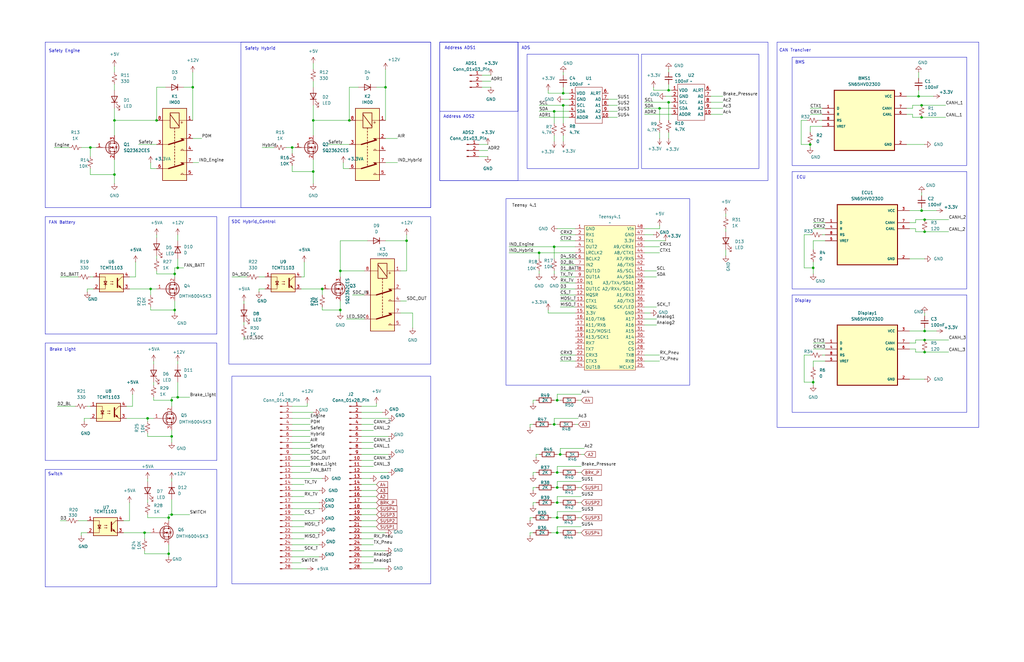
<source format=kicad_sch>
(kicad_sch (version 20250114) (generator "eeschema") (generator_version "9.0")
  (paper "B")
  (rectangle (start 334.01 124.46) (end 407.67 173.99))
  (rectangle (start 19.05 144.78) (end 91.44 194.31))
  (rectangle (start 185.42 17.78) (end 218.44 46.99))
  (rectangle (start 327.66 17.78) (end 412.75 180.34))
  (rectangle (start 334.01 24.13) (end 407.67 69.85))
  (rectangle (start 334.01 72.39) (end 407.67 121.92))
  (rectangle (start 185.42 17.78) (end 218.44 76.2))
  (rectangle (start 270.51 22.86) (end 320.04 71.12))
  (rectangle (start 19.05 91.44) (end 91.44 140.97))
  (rectangle (start 101.6 17.78) (end 181.61 87.63))
  (rectangle (start 222.25 22.86) (end 269.24 71.12))
  (rectangle (start 97.79 158.75) (end 181.61 246.38))
  (rectangle (start 185.42 17.78) (end 323.85 76.2))
  (rectangle (start 19.05 198.12) (end 91.44 247.65))
  (rectangle (start 96.52 91.44) (end 181.61 153.67))
  (rectangle (start 19.05 17.78) (end 181.61 87.63))
  (rectangle (start 213.36 83.82) (end 290.83 162.56))
  (text "Address ADS1" (at 194.056 20.32 0) (effects (font (size 1.27 1.27))))
  (text "BMS" (at 337.312 26.416 0) (effects (font (size 1.27 1.27))))
  (text "CAN Tranciver" (at 335.28 21.336 0) (effects (font (size 1.27 1.27))))
  (text "FAN Battery" (at 26.162 93.98 0) (effects (font (size 1.27 1.27))))
  (text "ADS" (at 221.742 20.32 0) (effects (font (size 1.27 1.27))))
  (text "SDC Hybrid_Control" (at 106.934 93.726 0) (effects (font (size 1.27 1.27))))
  (text "Switch" (at 23.368 200.152 0) (effects (font (size 1.27 1.27))))
  (text "Display" (at 338.582 127 0) (effects (font (size 1.27 1.27))))
  (text "ECU" (at 337.82 74.93 0) (effects (font (size 1.27 1.27))))
  (text "Safety Engine" (at 27.178 21.59 0) (effects (font (size 1.27 1.27))))
  (text "Safety Hybrid" (at 109.728 20.574 0) (effects (font (size 1.27 1.27))))
  (text "Brake Light" (at 26.416 147.574 0) (effects (font (size 1.27 1.27))))
  (text "Address ADS2" (at 193.548 49.276 0) (effects (font (size 1.27 1.27))))
  (junction (at 71.12 218.44))
  (junction (at 389.89 139.7))
  (junction (at 233.68 179.07))
  (junction (at 60.96 224.79))
  (junction (at 71.12 233.68))
  (junction (at 74.93 167.64))
  (junction (at 234.95 168.91))
  (junction (at 233.68 46.99))
  (junction (at 123.19 62.23))
  (junction (at 73.66 115.57))
  (junction (at 234.95 199.39))
  (junction (at 63.5 121.92))
  (junction (at 171.45 101.6))
  (junction (at 38.1 62.23))
  (junction (at 234.95 224.79))
  (junction (at 281.94 43.18))
  (junction (at 388.62 88.9))
  (junction (at 388.62 49.53))
  (junction (at 342.9 161.29))
  (junction (at 62.23 176.53))
  (junction (at 74.93 113.03))
  (junction (at 227.33 106.68))
  (junction (at 72.39 184.15))
  (junction (at 48.26 50.8))
  (junction (at 341.63 60.96))
  (junction (at 234.95 218.44))
  (junction (at 237.49 39.37))
  (junction (at 143.51 114.3))
  (junction (at 73.66 130.81))
  (junction (at 237.49 44.45))
  (junction (at 72.39 217.17))
  (junction (at 236.22 191.77))
  (junction (at 81.28 36.83))
  (junction (at 388.62 44.45))
  (junction (at 147.32 50.8))
  (junction (at 234.95 205.74))
  (junction (at 389.89 143.51))
  (junction (at 387.35 40.64))
  (junction (at 143.51 130.81))
  (junction (at 66.04 50.8))
  (junction (at 234.95 212.09))
  (junction (at 48.26 73.66))
  (junction (at 135.89 121.92))
  (junction (at 389.89 92.71))
  (junction (at 72.39 168.91))
  (junction (at 278.13 45.72))
  (junction (at 342.9 113.03))
  (junction (at 389.89 97.79))
  (junction (at 132.08 50.8))
  (junction (at 132.08 72.39))
  (junction (at 162.56 36.83))
  (junction (at 281.94 38.1))
  (junction (at 233.68 104.14))
  (junction (at 389.89 148.59))
  (wire (pts (xy 123.19 227.33) (xy 128.27 227.33)))
  (wire (pts (xy 123.19 176.53) (xy 130.81 176.53)))
  (wire (pts (xy 384.81 48.26) (xy 382.27 48.26)))
  (wire (pts (xy 152.4 229.87) (xy 157.48 229.87)))
  (wire (pts (xy 342.9 96.52) (xy 347.98 96.52)))
  (wire (pts (xy 72.39 217.17) (xy 80.01 217.17)))
  (wire (pts (xy 143.51 114.3) (xy 153.67 114.3)))
  (wire (pts (xy 346.71 53.34) (xy 341.63 53.34)))
  (wire (pts (xy 25.4 219.71) (xy 27.94 219.71)))
  (wire (pts (xy 383.54 139.7) (xy 389.89 139.7)))
  (wire (pts (xy 231.14 130.81) (xy 231.14 132.08)))
  (wire (pts (xy 346.71 149.86) (xy 347.98 149.86)))
  (wire (pts (xy 123.19 237.49) (xy 127 237.49)))
  (wire (pts (xy 127 121.92) (xy 135.89 121.92)))
  (wire (pts (xy 123.19 219.71) (xy 134.62 219.71)))
  (wire (pts (xy 234.95 215.9) (xy 234.95 218.44)))
  (wire (pts (xy 256.54 44.45) (xy 260.35 44.45)))
  (wire (pts (xy 271.78 149.86) (xy 278.13 149.86)))
  (wire (pts (xy 102.87 127) (xy 102.87 128.27)))
  (wire (pts (xy 245.11 209.55) (xy 234.95 209.55)))
  (wire (pts (xy 227.33 114.3) (xy 227.33 115.57)))
  (wire (pts (xy 147.32 36.83) (xy 151.13 36.83)))
  (wire (pts (xy 66.04 100.33) (xy 66.04 99.06)))
  (wire (pts (xy 123.19 62.23) (xy 123.19 64.77)))
  (wire (pts (xy 152.4 201.93) (xy 156.21 201.93)))
  (wire (pts (xy 81.28 58.42) (xy 85.09 58.42)))
  (wire (pts (xy 337.82 60.96) (xy 341.63 60.96)))
  (wire (pts (xy 342.9 144.78) (xy 347.98 144.78)))
  (wire (pts (xy 226.06 199.39) (xy 224.79 199.39)))
  (wire (pts (xy 223.52 179.07) (xy 223.52 180.34)))
  (wire (pts (xy 63.5 130.81) (xy 73.66 130.81)))
  (wire (pts (xy 345.44 50.8) (xy 346.71 50.8)))
  (wire (pts (xy 171.45 101.6) (xy 171.45 114.3)))
  (wire (pts (xy 34.29 224.79) (xy 34.29 226.06)))
  (wire (pts (xy 123.19 214.63) (xy 134.62 214.63)))
  (wire (pts (xy 152.4 194.31) (xy 157.48 194.31)))
  (wire (pts (xy 60.96 224.79) (xy 60.96 227.33)))
  (wire (pts (xy 120.65 62.23) (xy 123.19 62.23)))
  (wire (pts (xy 347.98 152.4) (xy 342.9 152.4)))
  (wire (pts (xy 237.49 39.37) (xy 231.14 39.37)))
  (wire (pts (xy 74.93 167.64) (xy 80.01 167.64)))
  (wire (pts (xy 256.54 41.91) (xy 260.35 41.91)))
  (wire (pts (xy 384.81 44.45) (xy 388.62 44.45)))
  (wire (pts (xy 123.19 72.39) (xy 132.08 72.39)))
  (wire (pts (xy 340.36 50.8) (xy 337.82 50.8)))
  (wire (pts (xy 237.49 44.45) (xy 240.03 44.45)))
  (wire (pts (xy 74.93 152.4) (xy 74.93 153.67)))
  (wire (pts (xy 388.62 81.28) (xy 388.62 82.55)))
  (wire (pts (xy 342.9 110.49) (xy 342.9 113.03)))
  (wire (pts (xy 234.95 203.2) (xy 234.95 205.74)))
  (wire (pts (xy 123.19 222.25) (xy 128.27 222.25)))
  (wire (pts (xy 271.78 45.72) (xy 278.13 45.72)))
  (wire (pts (xy 63.5 68.58) (xy 63.5 71.12)))
  (wire (pts (xy 152.4 212.09) (xy 158.75 212.09)))
  (wire (pts (xy 201.93 66.04) (xy 205.74 66.04)))
  (wire (pts (xy 36.83 224.79) (xy 34.29 224.79)))
  (wire (pts (xy 123.19 209.55) (xy 128.27 209.55)))
  (wire (pts (xy 388.62 44.45) (xy 398.78 44.45)))
  (wire (pts (xy 203.2 31.75) (xy 207.01 31.75)))
  (wire (pts (xy 236.22 189.23) (xy 236.22 191.77)))
  (wire (pts (xy 383.54 144.78) (xy 386.08 144.78)))
  (wire (pts (xy 63.5 71.12) (xy 66.04 71.12)))
  (wire (pts (xy 72.39 171.45) (xy 72.39 168.91)))
  (wire (pts (xy 72.39 184.15) (xy 72.39 186.69)))
  (wire (pts (xy 236.22 149.86) (xy 242.57 149.86)))
  (wire (pts (xy 233.68 199.39) (xy 234.95 199.39)))
  (wire (pts (xy 74.93 99.06) (xy 74.93 101.6)))
  (wire (pts (xy 102.87 135.89) (xy 102.87 137.16)))
  (wire (pts (xy 389.89 138.43) (xy 389.89 139.7)))
  (wire (pts (xy 171.45 114.3) (xy 168.91 114.3)))
  (wire (pts (xy 158.75 171.45) (xy 158.75 170.18)))
  (wire (pts (xy 224.79 168.91) (xy 224.79 170.18)))
  (wire (pts (xy 62.23 176.53) (xy 62.23 177.8)))
  (wire (pts (xy 386.08 144.78) (xy 386.08 143.51)))
  (wire (pts (xy 299.72 45.72) (xy 304.8 45.72)))
  (wire (pts (xy 234.95 191.77) (xy 236.22 191.77)))
  (wire (pts (xy 123.19 173.99) (xy 132.08 173.99)))
  (wire (pts (xy 214.63 106.68) (xy 227.33 106.68)))
  (wire (pts (xy 227.33 44.45) (xy 237.49 44.45)))
  (wire (pts (xy 62.23 176.53) (xy 64.77 176.53)))
  (wire (pts (xy 342.9 113.03) (xy 342.9 115.57)))
  (wire (pts (xy 110.49 62.23) (xy 115.57 62.23)))
  (wire (pts (xy 299.72 43.18) (xy 304.8 43.18)))
  (wire (pts (xy 152.4 189.23) (xy 157.48 189.23)))
  (wire (pts (xy 81.28 36.83) (xy 81.28 50.8)))
  (wire (pts (xy 64.77 152.4) (xy 64.77 153.67)))
  (wire (pts (xy 152.4 224.79) (xy 162.56 224.79)))
  (wire (pts (xy 129.54 171.45) (xy 129.54 170.18)))
  (wire (pts (xy 346.71 99.06) (xy 347.98 99.06)))
  (wire (pts (xy 53.34 171.45) (xy 55.88 171.45)))
  (wire (pts (xy 152.4 196.85) (xy 157.48 196.85)))
  (wire (pts (xy 271.78 96.52) (xy 278.13 96.52)))
  (wire (pts (xy 123.19 189.23) (xy 130.81 189.23)))
  (wire (pts (xy 152.4 207.01) (xy 158.75 207.01)))
  (wire (pts (xy 386.08 143.51) (xy 389.89 143.51)))
  (wire (pts (xy 62.23 217.17) (xy 62.23 218.44)))
  (wire (pts (xy 237.49 57.15) (xy 237.49 59.69)))
  (wire (pts (xy 38.1 62.23) (xy 38.1 66.04)))
  (wire (pts (xy 246.38 189.23) (xy 236.22 189.23)))
  (wire (pts (xy 152.4 179.07) (xy 157.48 179.07)))
  (wire (pts (xy 81.28 30.48) (xy 81.28 36.83)))
  (wire (pts (xy 281.94 35.56) (xy 281.94 38.1)))
  (wire (pts (xy 48.26 57.15) (xy 48.26 50.8)))
  (wire (pts (xy 236.22 111.76) (xy 242.57 111.76)))
  (wire (pts (xy 35.56 176.53) (xy 35.56 177.8)))
  (wire (pts (xy 74.93 113.03) (xy 77.47 113.03)))
  (wire (pts (xy 62.23 184.15) (xy 62.23 182.88)))
  (wire (pts (xy 341.63 149.86) (xy 339.09 149.86)))
  (wire (pts (xy 143.51 127) (xy 143.51 130.81)))
  (wire (pts (xy 201.93 63.5) (xy 205.74 63.5)))
  (wire (pts (xy 271.78 132.08) (xy 274.32 132.08)))
  (wire (pts (xy 271.78 152.4) (xy 278.13 152.4)))
  (wire (pts (xy 256.54 49.53) (xy 260.35 49.53)))
  (wire (pts (xy 53.34 176.53) (xy 62.23 176.53)))
  (wire (pts (xy 237.49 41.91) (xy 240.03 41.91)))
  (wire (pts (xy 48.26 27.94) (xy 48.26 30.48)))
  (wire (pts (xy 237.49 30.48) (xy 237.49 31.75)))
  (wire (pts (xy 243.84 218.44) (xy 245.11 218.44)))
  (wire (pts (xy 173.99 132.08) (xy 173.99 138.43)))
  (wire (pts (xy 223.52 218.44) (xy 223.52 219.71)))
  (wire (pts (xy 24.13 171.45) (xy 31.75 171.45)))
  (wire (pts (xy 278.13 45.72) (xy 278.13 50.8)))
  (wire (pts (xy 384.81 49.53) (xy 384.81 48.26)))
  (wire (pts (xy 256.54 46.99) (xy 260.35 46.99)))
  (wire (pts (xy 224.79 179.07) (xy 223.52 179.07)))
  (wire (pts (xy 33.02 219.71) (xy 36.83 219.71)))
  (wire (pts (xy 22.86 62.23) (xy 29.21 62.23)))
  (wire (pts (xy 132.08 26.67) (xy 132.08 29.21)))
  (wire (pts (xy 233.68 57.15) (xy 233.68 59.69)))
  (wire (pts (xy 62.23 218.44) (xy 71.12 218.44)))
  (wire (pts (xy 226.06 168.91) (xy 224.79 168.91)))
  (wire (pts (xy 233.68 104.14) (xy 242.57 104.14)))
  (wire (pts (xy 135.89 121.92) (xy 135.89 124.46)))
  (wire (pts (xy 123.19 232.41) (xy 128.27 232.41)))
  (wire (pts (xy 123.19 171.45) (xy 129.54 171.45)))
  (wire (pts (xy 154.94 101.6) (xy 143.51 101.6)))
  (wire (pts (xy 386.08 92.71) (xy 389.89 92.71)))
  (wire (pts (xy 152.4 186.69) (xy 157.48 186.69)))
  (wire (pts (xy 73.66 115.57) (xy 73.66 113.03)))
  (wire (pts (xy 306.07 105.41) (xy 306.07 107.95)))
  (wire (pts (xy 271.78 48.26) (xy 283.21 48.26)))
  (wire (pts (xy 73.66 116.84) (xy 73.66 115.57)))
  (wire (pts (xy 162.56 29.21) (xy 162.56 36.83)))
  (wire (pts (xy 123.19 234.95) (xy 134.62 234.95)))
  (wire (pts (xy 383.54 88.9) (xy 388.62 88.9)))
  (wire (pts (xy 245.11 196.85) (xy 234.95 196.85)))
  (wire (pts (xy 60.96 224.79) (xy 63.5 224.79)))
  (wire (pts (xy 341.63 48.26) (xy 346.71 48.26)))
  (wire (pts (xy 278.13 55.88) (xy 278.13 58.42)))
  (wire (pts (xy 97.79 116.84) (xy 104.14 116.84)))
  (wire (pts (xy 123.19 191.77) (xy 130.81 191.77)))
  (wire (pts (xy 342.9 101.6) (xy 342.9 105.41)))
  (wire (pts (xy 389.89 143.51) (xy 400.05 143.51)))
  (wire (pts (xy 386.08 96.52) (xy 383.54 96.52)))
  (wire (pts (xy 123.19 181.61) (xy 130.81 181.61)))
  (wire (pts (xy 64.77 168.91) (xy 72.39 168.91)))
  (wire (pts (xy 162.56 68.58) (xy 167.64 68.58)))
  (wire (pts (xy 234.95 199.39) (xy 236.22 199.39)))
  (wire (pts (xy 132.08 34.29) (xy 132.08 36.83)))
  (wire (pts (xy 123.19 204.47) (xy 128.27 204.47)))
  (wire (pts (xy 72.39 167.64) (xy 72.39 168.91)))
  (wire (pts (xy 71.12 229.87) (xy 71.12 233.68)))
  (wire (pts (xy 271.78 104.14) (xy 278.13 104.14)))
  (wire (pts (xy 66.04 50.8) (xy 66.04 36.83)))
  (wire (pts (xy 281.94 55.88) (xy 281.94 58.42)))
  (wire (pts (xy 234.95 166.37) (xy 234.95 168.91)))
  (wire (pts (xy 233.68 168.91) (xy 234.95 168.91)))
  (wire (pts (xy 271.78 134.62) (xy 276.86 134.62)))
  (wire (pts (xy 54.61 121.92) (xy 63.5 121.92)))
  (wire (pts (xy 123.19 240.03) (xy 129.54 240.03)))
  (wire (pts (xy 243.84 205.74) (xy 245.11 205.74)))
  (wire (pts (xy 132.08 44.45) (xy 132.08 50.8)))
  (wire (pts (xy 77.47 36.83) (xy 81.28 36.83)))
  (wire (pts (xy 236.22 124.46) (xy 242.57 124.46)))
  (wire (pts (xy 243.84 224.79) (xy 245.11 224.79)))
  (wire (pts (xy 54.61 219.71) (xy 54.61 212.09)))
  (wire (pts (xy 152.4 240.03) (xy 162.56 240.03)))
  (wire (pts (xy 66.04 107.95) (xy 66.04 109.22)))
  (wire (pts (xy 388.62 49.53) (xy 398.78 49.53)))
  (wire (pts (xy 271.78 114.3) (xy 276.86 114.3)))
  (wire (pts (xy 62.23 210.82) (xy 62.23 212.09)))
  (wire (pts (xy 123.19 179.07) (xy 130.81 179.07)))
  (wire (pts (xy 152.4 217.17) (xy 158.75 217.17)))
  (wire (pts (xy 201.93 60.96) (xy 205.74 60.96)))
  (wire (pts (xy 135.89 129.54) (xy 135.89 130.81)))
  (wire (pts (xy 236.22 114.3) (xy 242.57 114.3)))
  (wire (pts (xy 237.49 36.83) (xy 237.49 39.37)))
  (wire (pts (xy 224.79 205.74) (xy 224.79 207.01)))
  (wire (pts (xy 143.51 130.81) (xy 143.51 132.08)))
  (wire (pts (xy 127 116.84) (xy 128.27 116.84)))
  (wire (pts (xy 281.94 43.18) (xy 281.94 50.8)))
  (wire (pts (xy 152.4 232.41) (xy 162.56 232.41)))
  (wire (pts (xy 123.19 224.79) (xy 134.62 224.79)))
  (wire (pts (xy 242.57 179.07) (xy 243.84 179.07)))
  (wire (pts (xy 25.4 116.84) (xy 33.02 116.84)))
  (wire (pts (xy 52.07 224.79) (xy 60.96 224.79)))
  (wire (pts (xy 123.19 212.09) (xy 134.62 212.09)))
  (wire (pts (xy 382.27 60.96) (xy 389.89 60.96)))
  (wire (pts (xy 62.23 184.15) (xy 72.39 184.15)))
  (wire (pts (xy 152.4 171.45) (xy 158.75 171.45)))
  (wire (pts (xy 233.68 46.99) (xy 240.03 46.99)))
  (wire (pts (xy 387.35 38.1) (xy 387.35 40.64)))
  (wire (pts (xy 144.78 68.58) (xy 144.78 71.12)))
  (wire (pts (xy 64.77 167.64) (xy 64.77 168.91)))
  (wire (pts (xy 66.04 115.57) (xy 73.66 115.57)))
  (wire (pts (xy 233.68 212.09) (xy 234.95 212.09)))
  (wire (pts (xy 234.95 224.79) (xy 236.22 224.79)))
  (wire (pts (xy 111.76 121.92) (xy 109.22 121.92)))
  (wire (pts (xy 227.33 191.77) (xy 226.06 191.77)))
  (wire (pts (xy 214.63 104.14) (xy 233.68 104.14)))
  (wire (pts (xy 234.95 209.55) (xy 234.95 212.09)))
  (wire (pts (xy 236.22 116.84) (xy 242.57 116.84)))
  (wire (pts (xy 278.13 96.52) (xy 278.13 95.25)))
  (wire (pts (xy 271.78 99.06) (xy 275.59 99.06)))
  (wire (pts (xy 339.09 113.03) (xy 342.9 113.03)))
  (wire (pts (xy 383.54 109.22) (xy 389.89 109.22)))
  (wire (pts (xy 383.54 93.98) (xy 386.08 93.98)))
  (wire (pts (xy 123.19 217.17) (xy 128.27 217.17)))
  (wire (pts (xy 66.04 114.3) (xy 66.04 115.57)))
  (wire (pts (xy 234.95 212.09) (xy 236.22 212.09)))
  (wire (pts (xy 243.84 176.53) (xy 233.68 176.53)))
  (wire (pts (xy 341.63 45.72) (xy 346.71 45.72)))
  (wire (pts (xy 152.4 214.63) (xy 158.75 214.63)))
  (wire (pts (xy 389.89 148.59) (xy 400.05 148.59)))
  (wire (pts (xy 123.19 184.15) (xy 130.81 184.15)))
  (wire (pts (xy 271.78 129.54) (xy 276.86 129.54)))
  (wire (pts (xy 387.35 40.64) (xy 393.7 40.64)))
  (wire (pts (xy 236.22 127) (xy 242.57 127)))
  (wire (pts (xy 58.42 60.96) (xy 66.04 60.96)))
  (wire (pts (xy 245.11 203.2) (xy 234.95 203.2)))
  (wire (pts (xy 63.5 129.54) (xy 63.5 130.81)))
  (wire (pts (xy 231.14 132.08) (xy 242.57 132.08)))
  (wire (pts (xy 123.19 196.85) (xy 130.81 196.85)))
  (wire (pts (xy 48.26 50.8) (xy 66.04 50.8)))
  (wire (pts (xy 234.95 96.52) (xy 242.57 96.52)))
  (wire (pts (xy 347.98 101.6) (xy 342.9 101.6)))
  (wire (pts (xy 386.08 148.59) (xy 386.08 147.32)))
  (wire (pts (xy 162.56 101.6) (xy 171.45 101.6)))
  (wire (pts (xy 342.9 93.98) (xy 347.98 93.98)))
  (wire (pts (xy 236.22 191.77) (xy 237.49 191.77)))
  (wire (pts (xy 341.63 60.96) (xy 341.63 62.23)))
  (wire (pts (xy 236.22 119.38) (xy 242.57 119.38)))
  (wire (pts (xy 233.68 104.14) (xy 233.68 109.22)))
  (wire (pts (xy 281.94 43.18) (xy 283.21 43.18)))
  (wire (pts (xy 226.06 205.74) (xy 224.79 205.74)))
  (wire (pts (xy 389.89 92.71) (xy 400.05 92.71)))
  (wire (pts (xy 38.1 71.12) (xy 38.1 73.66)))
  (wire (pts (xy 152.4 209.55) (xy 158.75 209.55)))
  (wire (pts (xy 36.83 121.92) (xy 36.83 123.19)))
  (wire (pts (xy 64.77 161.29) (xy 64.77 162.56)))
  (wire (pts (xy 152.4 237.49) (xy 157.48 237.49)))
  (wire (pts (xy 162.56 36.83) (xy 158.75 36.83)))
  (wire (pts (xy 146.05 134.62) (xy 153.67 134.62)))
  (wire (pts (xy 227.33 106.68) (xy 242.57 106.68)))
  (wire (pts (xy 152.4 234.95) (xy 157.48 234.95)))
  (wire (pts (xy 237.49 44.45) (xy 237.49 52.07)))
  (wire (pts (xy 168.91 127) (xy 171.45 127)))
  (wire (pts (xy 243.84 168.91) (xy 245.11 168.91)))
  (wire (pts (xy 245.11 222.25) (xy 234.95 222.25)))
  (wire (pts (xy 128.27 116.84) (xy 128.27 110.49)))
  (wire (pts (xy 389.89 148.59) (xy 386.08 148.59)))
  (wire (pts (xy 54.61 116.84) (xy 57.15 116.84)))
  (wire (pts (xy 233.68 179.07) (xy 234.95 179.07)))
  (wire (pts (xy 48.26 35.56) (xy 48.26 38.1)))
  (wire (pts (xy 236.22 101.6) (xy 242.57 101.6)))
  (wire (pts (xy 36.83 171.45) (xy 38.1 171.45)))
  (wire (pts (xy 245.11 191.77) (xy 246.38 191.77)))
  (wire (pts (xy 236.22 121.92) (xy 242.57 121.92)))
  (wire (pts (xy 223.52 224.79) (xy 223.52 226.06)))
  (wire (pts (xy 38.1 176.53) (xy 35.56 176.53)))
  (wire (pts (xy 271.78 116.84) (xy 276.86 116.84)))
  (wire (pts (xy 73.66 127) (xy 73.66 130.81)))
  (wire (pts (xy 224.79 199.39) (xy 224.79 200.66)))
  (wire (pts (xy 236.22 99.06) (xy 242.57 99.06)))
  (wire (pts (xy 306.07 96.52) (xy 306.07 97.79)))
  (wire (pts (xy 148.59 124.46) (xy 153.67 124.46)))
  (wire (pts (xy 224.79 212.09) (xy 224.79 213.36)))
  (wire (pts (xy 245.11 215.9) (xy 234.95 215.9)))
  (wire (pts (xy 283.21 38.1) (xy 281.94 38.1)))
  (wire (pts (xy 234.95 196.85) (xy 234.95 199.39)))
  (wire (pts (xy 232.41 224.79) (xy 234.95 224.79)))
  (wire (pts (xy 245.11 166.37) (xy 234.95 166.37)))
  (wire (pts (xy 342.9 152.4) (xy 342.9 154.94)))
  (wire (pts (xy 342.9 160.02) (xy 342.9 161.29)))
  (wire (pts (xy 341.63 99.06) (xy 339.09 99.06)))
  (wire (pts (xy 299.72 48.26) (xy 304.8 48.26)))
  (wire (pts (xy 123.19 199.39) (xy 130.81 199.39)))
  (wire (pts (xy 339.09 149.86) (xy 339.09 161.29)))
  (wire (pts (xy 109.22 121.92) (xy 109.22 123.19)))
  (wire (pts (xy 203.2 34.29) (xy 207.01 34.29)))
  (wire (pts (xy 48.26 73.66) (xy 48.26 77.47)))
  (wire (pts (xy 234.95 205.74) (xy 236.22 205.74)))
  (wire (pts (xy 63.5 121.92) (xy 63.5 124.46)))
  (wire (pts (xy 38.1 62.23) (xy 40.64 62.23)))
  (wire (pts (xy 39.37 121.92) (xy 36.83 121.92)))
  (wire (pts (xy 203.2 36.83) (xy 207.01 36.83)))
  (wire (pts (xy 123.19 201.93) (xy 135.89 201.93)))
  (wire (pts (xy 123.19 207.01) (xy 134.62 207.01)))
  (wire (pts (xy 62.23 201.93) (xy 62.23 203.2)))
  (wire (pts (xy 73.66 130.81) (xy 73.66 132.08)))
  (wire (pts (xy 73.66 113.03) (xy 74.93 113.03)))
  (wire (pts (xy 386.08 97.79) (xy 386.08 96.52)))
  (wire (pts (xy 271.78 43.18) (xy 281.94 43.18)))
  (wire (pts (xy 224.79 218.44) (xy 223.52 218.44)))
  (wire (pts (xy 34.29 62.23) (xy 38.1 62.23)))
  (wire (pts (xy 48.26 45.72) (xy 48.26 50.8)))
  (wire (pts (xy 152.4 222.25) (xy 158.75 222.25)))
  (wire (pts (xy 387.35 30.48) (xy 387.35 33.02)))
  (wire (pts (xy 227.33 106.68) (xy 227.33 109.22)))
  (wire (pts (xy 233.68 46.99) (xy 233.68 52.07)))
  (wire (pts (xy 389.89 139.7) (xy 394.97 139.7)))
  (wire (pts (xy 132.08 72.39) (xy 132.08 77.47)))
  (wire (pts (xy 72.39 201.93) (xy 72.39 203.2)))
  (wire (pts (xy 152.4 181.61) (xy 157.48 181.61)))
  (wire (pts (xy 226.06 191.77) (xy 226.06 193.04)))
  (wire (pts (xy 233.68 205.74) (xy 234.95 205.74)))
  (wire (pts (xy 74.93 109.22) (xy 74.93 113.03)))
  (wire (pts (xy 342.9 161.29) (xy 342.9 162.56)))
  (wire (pts (xy 60.96 232.41) (xy 60.96 233.68)))
  (wire (pts (xy 152.4 184.15) (xy 163.83 184.15)))
  (wire (pts (xy 152.4 176.53) (xy 163.83 176.53)))
  (wire (pts (xy 231.14 39.37) (xy 231.14 38.1)))
  (wire (pts (xy 132.08 50.8) (xy 132.08 57.15)))
  (wire (pts (xy 389.89 97.79) (xy 386.08 97.79)))
  (wire (pts (xy 168.91 132.08) (xy 173.99 132.08)))
  (wire (pts (xy 74.93 161.29) (xy 74.93 167.64)))
  (wire (pts (xy 71.12 234.95) (xy 71.12 233.68)))
  (wire (pts (xy 232.41 179.07) (xy 233.68 179.07)))
  (wire (pts (xy 48.26 67.31) (xy 48.26 73.66)))
  (wire (pts (xy 66.04 36.83) (xy 69.85 36.83)))
  (wire (pts (xy 63.5 121.92) (xy 66.04 121.92)))
  (wire (pts (xy 162.56 58.42) (xy 167.64 58.42)))
  (wire (pts (xy 227.33 46.99) (xy 233.68 46.99)))
  (wire (pts (xy 271.78 106.68) (xy 278.13 106.68)))
  (wire (pts (xy 123.19 194.31) (xy 130.81 194.31)))
  (wire (pts (xy 271.78 101.6) (xy 280.67 101.6)))
  (wire (pts (xy 123.19 72.39) (xy 123.19 69.85)))
  (wire (pts (xy 147.32 50.8) (xy 147.32 36.83)))
  (wire (pts (xy 162.56 50.8) (xy 162.56 36.83)))
  (wire (pts (xy 341.63 53.34) (xy 341.63 55.88)))
  (wire (pts (xy 227.33 49.53) (xy 240.03 49.53)))
  (wire (pts (xy 152.4 204.47) (xy 158.75 204.47)))
  (wire (pts (xy 143.51 116.84) (xy 143.51 114.3)))
  (wire (pts (xy 109.22 116.84) (xy 111.76 116.84)))
  (wire (pts (xy 57.15 116.84) (xy 57.15 110.49)))
  (wire (pts (xy 240.03 39.37) (xy 237.49 39.37)))
  (wire (pts (xy 138.43 60.96) (xy 147.32 60.96)))
  (wire (pts (xy 337.82 50.8) (xy 337.82 60.96)))
  (wire (pts (xy 102.87 142.24) (xy 102.87 143.51)))
  (wire (pts (xy 60.96 233.68) (xy 71.12 233.68)))
  (wire (pts (xy 243.84 199.39) (xy 245.11 199.39)))
  (wire (pts (xy 306.07 90.17) (xy 306.07 91.44)))
  (wire (pts (xy 339.09 161.29) (xy 342.9 161.29)))
  (wire (pts (xy 280.67 40.64) (xy 283.21 40.64)))
  (wire (pts (xy 278.13 45.72) (xy 283.21 45.72)))
  (wire (pts (xy 389.89 97.79) (xy 400.05 97.79)))
  (wire (pts (xy 236.22 129.54) (xy 242.57 129.54)))
  (wire (pts (xy 71.12 218.44) (xy 71.12 217.17)))
  (wire (pts (xy 234.95 222.25) (xy 234.95 224.79)))
  (wire (pts (xy 123.19 62.23) (xy 124.46 62.23)))
  (wire (pts (xy 143.51 101.6) (xy 143.51 114.3)))
  (wire (pts (xy 388.62 87.63) (xy 388.62 88.9)))
  (wire (pts (xy 234.95 168.91) (xy 236.22 168.91)))
  (wire (pts (xy 243.84 212.09) (xy 245.11 212.09)))
  (wire (pts (xy 342.9 147.32) (xy 347.98 147.32)))
  (wire (pts (xy 233.68 176.53) (xy 233.68 179.07)))
  (wire (pts (xy 224.79 224.79) (xy 223.52 224.79)))
  (wire (pts (xy 71.12 217.17) (xy 72.39 217.17)))
  (wire (pts (xy 123.19 186.69) (xy 130.81 186.69)))
  (wire (pts (xy 236.22 109.22) (xy 242.57 109.22)))
  (wire (pts (xy 72.39 181.61) (xy 72.39 184.15)))
  (wire (pts (xy 52.07 219.71) (xy 54.61 219.71)))
  (wire (pts (xy 384.81 45.72) (xy 384.81 44.45)))
  (wire (pts (xy 233.68 114.3) (xy 233.68 115.57)))
  (wire (pts (xy 72.39 210.82) (xy 72.39 217.17)))
  (wire (pts (xy 386.08 92.71) (xy 386.08 93.98)))
  (wire (pts (xy 382.27 40.64) (xy 387.35 40.64)))
  (wire (pts (xy 38.1 116.84) (xy 39.37 116.84)))
  (wire (pts (xy 281.94 29.21) (xy 281.94 30.48)))
  (wire (pts (xy 152.4 227.33) (xy 157.48 227.33)))
  (wire (pts (xy 152.4 173.99) (xy 161.29 173.99)))
  (wire (pts (xy 144.78 71.12) (xy 147.32 71.12)))
  (wire (pts (xy 132.08 50.8) (xy 147.32 50.8)))
  (wire (pts (xy 81.28 68.58) (xy 83.82 68.58)))
  (wire (pts (xy 389.89 133.35) (xy 389.89 132.08)))
  (wire (pts (xy 171.45 99.06) (xy 171.45 101.6)))
  (wire (pts (xy 152.4 199.39) (xy 163.83 199.39)))
  (wire (pts (xy 383.54 160.02) (xy 389.89 160.02)))
  (wire (pts (xy 236.22 152.4) (xy 242.57 152.4)))
  (wire (pts (xy 71.12 219.71) (xy 71.12 218.44)))
  (wire (pts (xy 72.39 167.64) (xy 74.93 167.64)))
  (wire (pts (xy 135.89 130.81) (xy 143.51 130.81)))
  (wire (pts (xy 299.72 40.64) (xy 304.8 40.64)))
  (wire (pts (xy 275.59 38.1) (xy 275.59 36.83)))
  (wire (pts (xy 55.88 171.45) (xy 55.88 166.37)))
  (wire (pts (xy 281.94 38.1) (xy 275.59 38.1)))
  (wire (pts (xy 388.62 88.9) (xy 394.97 88.9)))
  (wire (pts (xy 232.41 218.44) (xy 234.95 218.44)))
  (wire (pts (xy 236.22 218.44) (xy 234.95 218.44)))
  (wire (pts (xy 152.4 219.71) (xy 158.75 219.71)))
  (wire (pts (xy 386.08 147.32) (xy 383.54 147.32)))
  (wire (pts (xy 382.27 45.72) (xy 384.81 45.72)))
  (wire (pts (xy 226.06 212.09) (xy 224.79 212.09)))
  (wire (pts (xy 152.4 191.77) (xy 163.83 191.77)))
  (wire (pts (xy 38.1 73.66) (xy 48.26 73.66)))
  (wire (pts (xy 388.62 49.53) (xy 384.81 49.53)))
  (wire (pts (xy 271.78 137.16) (xy 276.86 137.16)))
  (wire (pts (xy 123.19 229.87) (xy 134.62 229.87)))
  (wire (pts (xy 132.08 67.31) (xy 132.08 72.39)))
  (wire (pts (xy 339.09 99.06) (xy 339.09 113.03)))
  (label "Safety" (at 58.42 60.96 0))
  (label "D2_BL" (at 24.13 171.45 0))
  (label "Engine" (at 22.86 62.23 0))
  (label "Ac4" (at 245.11 166.37 0))
  (label "SCL" (at 271.78 43.18 0))
  (label "CANL_2" (at 157.48 181.61 0))
  (label "PDM" (at 130.81 179.07 0))
  (label "Ac3" (at 304.8 45.72 0))
  (label "SUS2" (at 260.35 44.45 0))
  (label "SUS4" (at 260.35 49.53 0))
  (label "SUS1" (at 245.11 203.2 0))
  (label "TX_TV" (at 128.27 204.47 0))
  (label "CANL_3" (at 157.48 196.85 0))
  (label "MISO_T" (at 236.22 129.54 0))
  (label "MISO_T" (at 128.27 227.33 0))
  (label "CTX3" (at 342.9 144.78 0))
  (label "MOSI_T" (at 236.22 127 0))
  (label "Ac2" (at 304.8 43.18 0))
  (label "CTX3" (at 236.22 152.4 0))
  (label "SDC_IN" (at 130.81 191.77 0))
  (label "TX_Pneu" (at 157.48 229.87 0))
  (label "D3" (at 25.4 219.71 0))
  (label "Ac2" (at 246.38 189.23 0))
  (label "D3" (at 236.22 121.92 0))
  (label "ADR2" (at 271.78 48.26 0))
  (label "SWITCH" (at 127 237.49 0))
  (label "SCL" (at 227.33 44.45 0))
  (label "D4_SDC" (at 236.22 109.22 0))
  (label "SDC_IN" (at 148.59 124.46 0))
  (label "MOSI_T" (at 128.27 222.25 0))
  (label "AIR" (at 167.64 58.42 0))
  (label "D4_SDC" (at 97.79 116.84 0))
  (label "SUS3" (at 260.35 46.99 0))
  (label "Ac3" (at 243.84 176.53 0))
  (label "LED_SDC" (at 146.05 134.62 0))
  (label "CRX2" (at 236.22 99.06 0))
  (label "TX_Pneu" (at 278.13 152.4 0))
  (label "SDA" (at 227.33 46.99 0))
  (label "D1_BATT" (at 25.4 116.84 0))
  (label "Hybrid" (at 110.49 62.23 0))
  (label "CTX1" (at 341.63 45.72 0))
  (label "D2_BL" (at 236.22 111.76 0))
  (label "SDA" (at 276.86 116.84 0))
  (label "CRX1" (at 341.63 48.26 0))
  (label "CTX1" (at 278.13 106.68 0))
  (label "Brake_Pressure" (at 304.8 40.64 0))
  (label "CANL_3" (at 400.05 148.59 0))
  (label "SDC_OUT" (at 130.81 194.31 0))
  (label "RX_TV" (at 128.27 209.55 0))
  (label "SDC_OUT" (at 171.45 127 0))
  (label "Analog2" (at 276.86 137.16 0))
  (label "Analog1" (at 157.48 237.49 0))
  (label "ADR1" (at 227.33 49.53 0))
  (label "SCK_T" (at 276.86 129.54 0))
  (label "SDA" (at 271.78 45.72 0))
  (label "IND_Engine" (at 214.63 104.14 0))
  (label "CANH_2" (at 400.05 92.71 0))
  (label "RX_TV" (at 236.22 119.38 0))
  (label "D1_BATT" (at 236.22 114.3 0))
  (label "FAN_BATT" (at 77.47 113.03 0))
  (label "Analog1" (at 276.86 134.62 0))
  (label "CTX2" (at 342.9 93.98 0))
  (label "Teensy 4.1" (at 215.9 87.63 0))
  (label "FAN_BATT" (at 130.81 199.39 0))
  (label "IND_Hybrid" (at 167.64 68.58 0))
  (label "SUS1" (at 260.35 41.91 0))
  (label "CANH_1" (at 398.78 44.45 0))
  (label "TX_TV" (at 236.22 116.84 0))
  (label "Safety" (at 130.81 189.23 0))
  (label "RX_Pneu" (at 157.48 227.33 0))
  (label "AIR" (at 130.81 186.69 0))
  (label "CANL_2" (at 400.05 97.79 0))
  (label "CRX3" (at 342.9 147.32 0))
  (label "CANH_2" (at 157.48 179.07 0))
  (label "Hybrid" (at 130.81 184.15 0))
  (label "Engine" (at 130.81 176.53 0))
  (label "CRX1" (at 278.13 104.14 0))
  (label "Brake_Light" (at 80.01 167.64 0))
  (label "RX_Pneu" (at 278.13 149.86 0))
  (label "CRX2" (at 342.9 96.52 0))
  (label "CANL_1" (at 398.78 49.53 0))
  (label "PDM" (at 85.09 58.42 0))
  (label "SCK_T" (at 128.27 232.41 0))
  (label "CS_T" (at 236.22 124.46 0))
  (label "CANH_1" (at 157.48 186.69 0))
  (label "SCL" (at 276.86 114.3 0))
  (label "Safety" (at 130.81 181.61 0))
  (label "CANH_3" (at 400.05 143.51 0))
  (label "ADR2" (at 205.74 63.5 0))
  (label "CRX3" (at 236.22 149.86 0))
  (label "SWITCH" (at 80.01 217.17 0))
  (label "SUS3" (at 245.11 215.9 0))
  (label "CANL_1" (at 157.48 189.23 0))
  (label "IND_Hybrid" (at 214.63 106.68 0))
  (label "Brake_Light" (at 130.81 196.85 0))
  (label "Ac4" (at 304.8 48.26 0))
  (label "Brake_Pressure" (at 245.11 196.85 0))
  (label "IND_Engine" (at 83.82 68.58 0))
  (label "CANH_3" (at 157.48 194.31 0))
  (label "SUS4" (at 245.11 222.25 0))
  (label "CS_T" (at 128.27 217.17 0))
  (label "Safety" (at 138.43 60.96 0))
  (label "CTX2" (at 236.22 101.6 0))
  (label "ADR1" (at 207.01 34.29 0))
  (label "LED_SDC" (at 102.87 143.51 0))
  (label "SUS2" (at 245.11 209.55 0))
  (label "Analog2" (at 157.48 234.95 0))
  (global_label "SUSP3" (shape input) (at 245.11 218.44 0) (property "Intersheetrefs" "${INTERSHEET_REFS}" (effects (hide yes))))
  (global_label "SUSP2" (shape input) (at 158.75 219.71 0) (property "Intersheetrefs" "${INTERSHEET_REFS}" (effects (hide yes))))
  (global_label "A3" (shape input) (at 243.84 179.07 0) (property "Intersheetrefs" "${INTERSHEET_REFS}" (effects (hide yes))))
  (global_label "SUSP1" (shape input) (at 158.75 222.25 0) (property "Intersheetrefs" "${INTERSHEET_REFS}" (effects (hide yes))))
  (global_label "A4" (shape input) (at 158.75 204.47 0) (property "Intersheetrefs" "${INTERSHEET_REFS}" (effects (hide yes))))
  (global_label "SUSP2" (shape input) (at 245.11 212.09 0) (property "Intersheetrefs" "${INTERSHEET_REFS}" (effects (hide yes))))
  (global_label "SUSP3" (shape input) (at 158.75 217.17 0) (property "Intersheetrefs" "${INTERSHEET_REFS}" (effects (hide yes))))
  (global_label "BRK_P" (shape input) (at 245.11 199.39 0) (property "Intersheetrefs" "${INTERSHEET_REFS}" (effects (hide yes))))
  (global_label "A4" (shape input) (at 245.11 168.91 0) (property "Intersheetrefs" "${INTERSHEET_REFS}" (effects (hide yes))))
  (global_label "SUSP4" (shape input) (at 245.11 224.79 0) (property "Intersheetrefs" "${INTERSHEET_REFS}" (effects (hide yes))))
  (global_label "A2" (shape input) (at 246.38 191.77 0) (property "Intersheetrefs" "${INTERSHEET_REFS}" (effects (hide yes))))
  (global_label "A3" (shape input) (at 158.75 207.01 0) (property "Intersheetrefs" "${INTERSHEET_REFS}" (effects (hide yes))))
  (global_label "A2" (shape input) (at 158.75 209.55 0) (property "Intersheetrefs" "${INTERSHEET_REFS}" (effects (hide yes))))
  (global_label "BRK_P" (shape input) (at 158.75 212.09 0) (property "Intersheetrefs" "${INTERSHEET_REFS}" (effects (hide yes))))
  (global_label "SUSP1" (shape input) (at 245.11 205.74 0) (property "Intersheetrefs" "${INTERSHEET_REFS}" (effects (hide yes))))
  (global_label "SUSP4" (shape input) (at 158.75 214.63 0) (property "Intersheetrefs" "${INTERSHEET_REFS}" (effects (hide yes))))
  (symbol (lib_id "power:GND") (at 237.49 41.91 270) (unit 1)
    (property "Reference" "#PWR017" (effects (hide yes)))
    (property "Value" "GND" (at 233.68 41.9099 90) (effects (justify right)))
    (property "Description" "Power symbol creates a global label with name \"GND\" , ground" (effects (hide yes)))
  )
  (symbol (lib_id "Device:R_Small_US") (at 132.08 31.75 0) (unit 1)
    (property "Reference" "R12" (at 134.62 30.4799 0) (effects (justify left)))
    (property "Value" "330" (at 134.62 33.0199 0) (effects (justify left)))
    (property "Footprint" "Resistor_SMD:R_0603_1608Metric_Pad0.98x0.95mm_HandSolder" (effects (hide yes)))
    (property "Description" "Resistor, small US symbol" (effects (hide yes)))
  )
  (symbol (lib_id "power:GND") (at 280.67 40.64 270) (unit 1)
    (property "Reference" "#PWR018" (effects (hide yes)))
    (property "Value" "GND" (at 278.13 39.878 90) (effects (justify right)))
    (property "Description" "Power symbol creates a global label with name \"GND\" , ground" (effects (hide yes)))
  )
  (symbol (lib_id "Transistor_FET:2N7002K") (at 140.97 121.92 0) (unit 1)
    (property "Reference" "Q3" (at 147.32 120.6499 0) (effects (justify left)))
    (property "Value" "SQ2362CES" (at 146.558 128.524 90) (effects (justify left)))
    (property "Footprint" "Package_TO_SOT_SMD:SOT-23" (effects (hide yes)))
    (property "Datasheet" "https://www.diodes.com/assets/Datasheets/ds30896.pdf" (effects (hide yes)))
    (property "Description" "0.38A Id, 60V Vds, N-Channel MOSFET, SOT-23" (effects (hide yes)))
  )
  (symbol (lib_id "power:+12V") (at 72.39 201.93 0) (unit 1)
    (property "Reference" "#PWR069" (effects (hide yes)))
    (property "Value" "+12V" (at 75.692 199.898 0))
    (property "Description" "Power symbol creates a global label with name \"+12V\"" (effects (hide yes)))
  )
  (symbol (lib_id "Transistor_FET:BSP89") (at 69.85 176.53 0) (unit 1)
    (property "Reference" "Q5" (at 76.2 175.2599 0) (effects (justify left)))
    (property "Value" "DMTH6004SK3" (at 75.438 178.054 0) (effects (justify left)))
    (property "Footprint" "Package_TO_SOT_SMD:TO-252-2" (effects (hide yes)))
    (property "Datasheet" "https://www.infineon.com/dgdl/Infineon-BSP89-DS-v02_02-en.pdf?fileId=db3a30433b47825b013b4b8a07f90d55" (effects (hide yes)))
    (property "Description" "0.35A Id, 240V Vds, N-Channel Enhancement Mode MOSFET, SOT-223" (effects (hide yes)))
  )
  (symbol (lib_id "Device:R") (at 240.03 168.91 90) (unit 1)
    (property "Reference" "R50" (at 240.03 170.942 90))
    (property "Value" "3K" (at 240.03 168.91 90))
    (property "Footprint" "Resistor_SMD:R_0402_1005Metric_Pad0.72x0.64mm_HandSolder" (effects (hide yes)))
    (property "Description" "Resistor" (effects (hide yes)))
  )
  (symbol (lib_id "power:+5V") (at 132.08 26.67 0) (unit 1)
    (property "Reference" "#PWR032" (effects (hide yes)))
    (property "Value" "+5V" (at 132.08 21.59 0))
    (property "Description" "Power symbol creates a global label with name \"+5V\"" (effects (hide yes)))
  )
  (symbol (lib_id "Device:R_Small_US") (at 227.33 111.76 0) (unit 1)
    (property "Reference" "R18" (at 222.758 110.49 0) (effects (justify left)))
    (property "Value" "10K" (at 222.25 113.284 0) (effects (justify left)))
    (property "Footprint" "Resistor_SMD:R_0603_1608Metric_Pad0.98x0.95mm_HandSolder" (effects (hide yes)))
    (property "Description" "Resistor, small US symbol" (effects (hide yes)))
  )
  (symbol (lib_id "Connector:Conn_01x28_Pin") (at 118.11 204.47 0) (unit 1)
    (property "Reference" "J1" (at 118.745 166.37 0))
    (property "Value" "Conn_01x28_Pin" (at 118.745 168.91 0))
    (property "Footprint" "Connector_PinHeader_2.54mm:PinHeader_1x28_P2.54mm_Vertical" (effects (hide yes)))
    (property "Description" "Generic connector, single row, 01x28, script generated" (effects (hide yes)))
  )
  (symbol (lib_id "teensy41:teensy4.1") (at 246.38 92.71 0) (unit 1)
    (property "Reference" "Teensy4.1" (at 257.175 91.44 0))
    (property "Value" "~" (at 257.175 93.98 0))
    (property "Footprint" "teensy:Teensy41" (effects (hide yes)))
    (property "Datasheet" "https://www.pjrc.com/store/teensy41.html" (effects (hide yes)))
    (property "Description" "harusnya aman ges" (effects (hide yes)))
  )
  (symbol (lib_id "power:+3.3V") (at 394.97 88.9 270) (unit 1)
    (property "Reference" "#PWR05" (effects (hide yes)))
    (property "Value" "+3.3V" (at 398.018 87.376 90) (effects (justify left)))
    (property "Description" "Power symbol creates a global label with name \"+3.3V\"" (effects (hide yes)))
  )
  (symbol (lib_id "Device:R") (at 228.6 218.44 270) (unit 1)
    (property "Reference" "R35" (at 228.6 216.408 90))
    (property "Value" "2K" (at 228.6 218.44 90))
    (property "Footprint" "Resistor_SMD:R_0402_1005Metric_Pad0.72x0.64mm_HandSolder" (effects (hide yes)))
    (property "Description" "Resistor" (effects (hide yes)))
  )
  (symbol (lib_id "power:GND") (at 388.62 81.28 180) (unit 1)
    (property "Reference" "#PWR08" (effects (hide yes)))
    (property "Value" "GND" (at 392.43 78.232 0))
    (property "Description" "Power symbol creates a global label with name \"GND\" , ground" (effects (hide yes)))
  )
  (symbol (lib_id "SN65HVD230D:SN65HVD230D") (at 364.49 50.8 0) (unit 1)
    (property "Reference" "BMS1" (at 364.49 33.02 0))
    (property "Value" "SN65HVD230D" (at 364.49 35.56 0))
    (property "Footprint" "CAN Tranciver:SOIC127P599X175-8N" (effects (hide yes)))
    (property "MF" "Texas Instruments" (effects (hide yes)))
    (property "Description_1" "3.3 V CAN Transceiver with Standby Mode" (effects (hide yes)))
    (property "Package" "SOIC-8 Texas Instruments" (effects (hide yes)))
    (property "Price" "None" (effects (hide yes)))
    (property "SnapEDA_Link" "https://www.snapeda.com/parts/SN65HVD230D/Texas+Instruments/view-part/?ref=snap" (effects (hide yes)))
    (property "MP" "SN65HVD230D" (effects (hide yes)))
    (property "Availability" "In Stock" (effects (hide yes)))
    (property "Check_prices" "https://www.snapeda.com/parts/SN65HVD230D/Texas+Instruments/view-part/?ref=eda" (effects (hide yes)))
  )
  (symbol (lib_id "Transistor_FET:BSP89") (at 71.12 121.92 0) (unit 1)
    (property "Reference" "Q4" (at 77.47 120.6499 0) (effects (justify left)))
    (property "Value" "DMTH6004SK3" (at 75.438 124.968 0) (effects (justify left)))
    (property "Footprint" "Package_TO_SOT_SMD:TO-252-2" (effects (hide yes)))
    (property "Datasheet" "https://www.infineon.com/dgdl/Infineon-BSP89-DS-v02_02-en.pdf?fileId=db3a30433b47825b013b4b8a07f90d55" (effects (hide yes)))
    (property "Description" "0.35A Id, 240V Vds, N-Channel Enhancement Mode MOSFET, SOT-223" (effects (hide yes)))
  )
  (symbol (lib_id "Device:R") (at 231.14 191.77 270) (unit 1)
    (property "Reference" "R45" (at 231.14 189.738 90))
    (property "Value" "2K" (at 231.14 191.77 90))
    (property "Footprint" "Resistor_SMD:R_0402_1005Metric_Pad0.72x0.64mm_HandSolder" (effects (hide yes)))
    (property "Description" "Resistor" (effects (hide yes)))
  )
  (symbol (lib_id "power:GND") (at 134.62 207.01 90) (unit 1)
    (property "Reference" "#PWR073" (effects (hide yes)))
    (property "Value" "GND" (at 138.43 207.0099 90) (effects (justify right)))
    (property "Description" "Power symbol creates a global label with name \"GND\" , ground" (effects (hide yes)))
  )
  (symbol (lib_id "power:GND") (at 341.63 62.23 0) (unit 1)
    (property "Reference" "#PWR01" (effects (hide yes)))
    (property "Value" "GND" (at 343.916 66.294 0))
    (property "Description" "Power symbol creates a global label with name \"GND\" , ground" (effects (hide yes)))
  )
  (symbol (lib_id "power:GND") (at 173.99 138.43 0) (unit 1)
    (property "Reference" "#PWR058" (effects (hide yes)))
    (property "Value" "GND" (at 173.99 143.51 0))
    (property "Description" "Power symbol creates a global label with name \"GND\" , ground" (effects (hide yes)))
  )
  (symbol (lib_id "power:+3.3V") (at 278.13 58.42 180) (unit 1)
    (property "Reference" "#PWR024" (effects (hide yes)))
    (property "Value" "+3.3V" (at 276.098 62.738 0))
    (property "Description" "Power symbol creates a global label with name \"+3.3V\"" (effects (hide yes)))
  )
  (symbol (lib_id "power:+5VA") (at 54.61 212.09 0) (unit 1)
    (property "Reference" "#PWR064" (effects (hide yes)))
    (property "Value" "+5VA" (at 54.61 207.01 0))
    (property "Description" "Power symbol creates a global label with name \"+5VA\"" (effects (hide yes)))
  )
  (symbol (lib_id "Device:R_Small_US") (at 389.89 95.25 0) (unit 1)
    (property "Reference" "R3" (at 392.43 93.9799 0) (effects (justify left)))
    (property "Value" "120" (at 392.43 96.5199 0) (effects (justify left)))
    (property "Footprint" "Resistor_SMD:R_0603_1608Metric_Pad0.98x0.95mm_HandSolder" (effects (hide yes)))
    (property "Description" "Resistor, small US symbol" (effects (hide yes)))
  )
  (symbol (lib_id "power:GND") (at 207.01 36.83 0) (unit 1)
    (property "Reference" "#PWR019" (effects (hide yes)))
    (property "Value" "GND" (at 207.01 41.91 0))
    (property "Description" "Power symbol creates a global label with name \"GND\" , ground" (effects (hide yes)))
  )
  (symbol (lib_id "Device:R") (at 229.87 168.91 270) (unit 1)
    (property "Reference" "R49" (at 229.87 166.878 90))
    (property "Value" "2K" (at 229.87 168.91 90))
    (property "Footprint" "Resistor_SMD:R_0402_1005Metric_Pad0.72x0.64mm_HandSolder" (effects (hide yes)))
    (property "Description" "Resistor" (effects (hide yes)))
  )
  (symbol (lib_id "Device:D") (at 72.39 207.01 270) (unit 1)
    (property "Reference" "D12" (at 74.93 205.7399 90) (effects (justify left)))
    (property "Value" "D" (at 74.93 208.2799 90) (effects (justify left)))
    (property "Footprint" "Diode_SMD:D_0603_1608Metric_Pad1.05x0.95mm_HandSolder" (effects (hide yes)))
    (property "Description" "Diode" (effects (hide yes)))
    (property "Sim.Device" "D" (effects (hide yes)))
    (property "Sim.Pins" "1=K 2=A" (effects (hide yes)))
  )
  (symbol (lib_id "ads1115:ADS1115") (at 248.92 44.45 0) (unit 1)
    (property "Reference" "U1" (at 248.285 33.02 0))
    (property "Value" "~" (at 248.285 35.56 0))
    (property "Footprint" "ADS1115:MSOP10" (effects (hide yes)))
  )
  (symbol (lib_id "Device:D") (at 73.66 36.83 180) (unit 1)
    (property "Reference" "D3" (at 73.66 30.48 0))
    (property "Value" "D" (at 73.66 33.02 0))
    (property "Footprint" "Diode_SMD:D_0603_1608Metric_Pad1.05x0.95mm_HandSolder" (effects (hide yes)))
    (property "Description" "Diode" (effects (hide yes)))
    (property "Sim.Device" "D" (effects (hide yes)))
    (property "Sim.Pins" "1=K 2=A" (effects (hide yes)))
  )
  (symbol (lib_id "power:GND") (at 162.56 224.79 90) (unit 1)
    (property "Reference" "#PWR075" (effects (hide yes)))
    (property "Value" "GND" (at 165.862 224.536 90) (effects (justify right)))
    (property "Description" "Power symbol creates a global label with name \"GND\" , ground" (effects (hide yes)))
  )
  (symbol (lib_id "power:+12V") (at 74.93 152.4 0) (unit 1)
    (property "Reference" "#PWR068" (effects (hide yes)))
    (property "Value" "+12V" (at 75.438 148.59 0))
    (property "Description" "Power symbol creates a global label with name \"+12V\"" (effects (hide yes)))
  )
  (symbol (lib_id "Device:R") (at 228.6 179.07 270) (unit 1)
    (property "Reference" "R47" (at 228.6 177.038 90))
    (property "Value" "2K" (at 228.6 179.07 90))
    (property "Footprint" "Resistor_SMD:R_0402_1005Metric_Pad0.72x0.64mm_HandSolder" (effects (hide yes)))
    (property "Description" "Resistor" (effects (hide yes)))
  )
  (symbol (lib_id "power:GND") (at 134.62 214.63 90) (unit 1)
    (property "Reference" "#PWR079" (effects (hide yes)))
    (property "Value" "GND" (at 136.906 213.614 90) (effects (justify right)))
    (property "Description" "Power symbol creates a global label with name \"GND\" , ground" (effects (hide yes)))
  )
  (symbol (lib_id "power:GND") (at 233.68 115.57 0) (unit 1)
    (property "Reference" "#PWR036" (effects (hide yes)))
    (property "Value" "GND" (at 233.68 120.65 0))
    (property "Description" "Power symbol creates a global label with name \"GND\" , ground" (effects (hide yes)))
  )
  (symbol (lib_id "power:+3.3V") (at 281.94 58.42 180) (unit 1)
    (property "Reference" "#PWR026" (effects (hide yes)))
    (property "Value" "+3.3V" (at 283.464 62.992 0))
    (property "Description" "Power symbol creates a global label with name \"+3.3V\"" (effects (hide yes)))
  )
  (symbol (lib_id "Device:R_Small_US") (at 30.48 219.71 90) (unit 1)
    (property "Reference" "R20" (at 30.988 215.138 90))
    (property "Value" "330" (at 30.734 217.424 90))
    (property "Footprint" "Resistor_SMD:R_0603_1608Metric_Pad0.98x0.95mm_HandSolder" (effects (hide yes)))
    (property "Description" "Resistor, small US symbol" (effects (hide yes)))
  )
  (symbol (lib_id "ads1115:ADS1115") (at 292.1 43.18 0) (unit 1)
    (property "Reference" "U2" (at 291.465 31.75 0))
    (property "Value" "~" (at 291.465 34.29 0))
    (property "Footprint" "ADS1115:MSOP10" (effects (hide yes)))
  )
  (symbol (lib_id "Device:C_Small") (at 237.49 34.29 0) (unit 1)
    (property "Reference" "C4" (at 240.03 33.0262 0) (effects (justify left)))
    (property "Value" "100nF" (at 240.03 35.5662 0) (effects (justify left)))
    (property "Footprint" "Capacitor_SMD:C_0603_1608Metric_Pad1.08x0.95mm_HandSolder" (effects (hide yes)))
    (property "Description" "Unpolarized capacitor, small symbol" (effects (hide yes)))
  )
  (symbol (lib_id "Device:R") (at 228.6 224.79 270) (unit 1)
    (property "Reference" "R36" (at 228.6 222.758 90))
    (property "Value" "2K" (at 228.6 224.79 90))
    (property "Footprint" "Resistor_SMD:R_0402_1005Metric_Pad0.72x0.64mm_HandSolder" (effects (hide yes)))
    (property "Description" "Resistor" (effects (hide yes)))
  )
  (symbol (lib_id "power:GND") (at 227.33 115.57 0) (unit 1)
    (property "Reference" "#PWR035" (effects (hide yes)))
    (property "Value" "GND" (at 227.33 120.65 0))
    (property "Description" "Power symbol creates a global label with name \"GND\" , ground" (effects (hide yes)))
  )
  (symbol (lib_id "Device:R") (at 229.87 212.09 270) (unit 1)
    (property "Reference" "R39" (at 229.87 210.058 90))
    (property "Value" "2K" (at 229.87 212.09 90))
    (property "Footprint" "Resistor_SMD:R_0402_1005Metric_Pad0.72x0.64mm_HandSolder" (effects (hide yes)))
    (property "Description" "Resistor" (effects (hide yes)))
  )
  (symbol (lib_id "power:+5VA") (at 129.54 240.03 270) (unit 1)
    (property "Reference" "#PWR063" (effects (hide yes)))
    (property "Value" "+5VA" (at 133.35 240.0299 90) (effects (justify left)))
    (property "Description" "Power symbol creates a global label with name \"+5VA\"" (effects (hide yes)))
  )
  (symbol (lib_id "power:GND") (at 73.66 132.08 0) (unit 1)
    (property "Reference" "#PWR048" (effects (hide yes)))
    (property "Value" "GND" (at 76.708 136.398 0))
    (property "Description" "Power symbol creates a global label with name \"GND\" , ground" (effects (hide yes)))
  )
  (symbol (lib_id "Device:R_Small_US") (at 31.75 62.23 90) (unit 1)
    (property "Reference" "R13" (at 31.75 55.88 90))
    (property "Value" "1K" (at 31.75 58.42 90))
    (property "Footprint" "Resistor_SMD:R_0603_1608Metric_Pad0.98x0.95mm_HandSolder" (effects (hide yes)))
    (property "Description" "Resistor, small US symbol" (effects (hide yes)))
  )
  (symbol (lib_id "power:GND") (at 281.94 29.21 180) (unit 1)
    (property "Reference" "#PWR016" (effects (hide yes)))
    (property "Value" "GND" (at 286.258 27.686 0))
    (property "Description" "Power symbol creates a global label with name \"GND\" , ground" (effects (hide yes)))
  )
  (symbol (lib_id "power:GND") (at 389.89 132.08 180) (unit 1)
    (property "Reference" "#PWR09" (effects (hide yes)))
    (property "Value" "GND" (at 387.35 131.572 0))
    (property "Description" "Power symbol creates a global label with name \"GND\" , ground" (effects (hide yes)))
  )
  (symbol (lib_id "Device:R_Small_US") (at 342.9 157.48 0) (unit 1)
    (property "Reference" "R6" (at 345.44 156.2099 0) (effects (justify left)))
    (property "Value" "0" (at 345.44 158.7499 0) (effects (justify left)))
    (property "Footprint" "Resistor_SMD:R_0603_1608Metric_Pad0.98x0.95mm_HandSolder" (effects (hide yes)))
    (property "Description" "Resistor, small US symbol" (effects (hide yes)))
  )
  (symbol (lib_id "SN65HVD230D:SN65HVD230D") (at 365.76 149.86 0) (unit 1)
    (property "Reference" "Display1" (at 365.76 132.08 0))
    (property "Value" "SN65HVD230D" (at 365.76 134.62 0))
    (property "Footprint" "CAN Tranciver:SOIC127P599X175-8N" (effects (hide yes)))
    (property "MF" "Texas Instruments" (effects (hide yes)))
    (property "Description_1" "3.3 V CAN Transceiver with Standby Mode" (effects (hide yes)))
    (property "Package" "SOIC-8 Texas Instruments" (effects (hide yes)))
    (property "Price" "None" (effects (hide yes)))
    (property "SnapEDA_Link" "https://www.snapeda.com/parts/SN65HVD230D/Texas+Instruments/view-part/?ref=snap" (effects (hide yes)))
    (property "MP" "SN65HVD230D" (effects (hide yes)))
    (property "Availability" "In Stock" (effects (hide yes)))
    (property "Check_prices" "https://www.snapeda.com/parts/SN65HVD230D/Texas+Instruments/view-part/?ref=eda" (effects (hide yes)))
  )
  (symbol (lib_id "power:GND") (at 162.56 232.41 90) (unit 1)
    (property "Reference" "#PWR074" (effects (hide yes)))
    (property "Value" "GND" (at 165.862 232.156 90) (effects (justify right)))
    (property "Description" "Power symbol creates a global label with name \"GND\" , ground" (effects (hide yes)))
  )
  (symbol (lib_id "Transistor_FET:BSP89") (at 68.58 224.79 0) (unit 1)
    (property "Reference" "Q6" (at 74.93 223.5199 0) (effects (justify left)))
    (property "Value" "DMTH6004SK3" (at 74.168 226.314 0) (effects (justify left)))
    (property "Footprint" "Package_TO_SOT_SMD:TO-252-2" (effects (hide yes)))
    (property "Datasheet" "https://www.infineon.com/dgdl/Infineon-BSP89-DS-v02_02-en.pdf?fileId=db3a30433b47825b013b4b8a07f90d55" (effects (hide yes)))
    (property "Description" "0.35A Id, 240V Vds, N-Channel Enhancement Mode MOSFET, SOT-223" (effects (hide yes)))
  )
  (symbol (lib_id "Device:D") (at 74.93 157.48 270) (unit 1)
    (property "Reference" "D11" (at 77.47 156.2099 90) (effects (justify left)))
    (property "Value" "D" (at 77.47 158.7499 90) (effects (justify left)))
    (property "Footprint" "Diode_SMD:D_0603_1608Metric_Pad1.05x0.95mm_HandSolder" (effects (hide yes)))
    (property "Description" "Diode" (effects (hide yes)))
    (property "Sim.Device" "D" (effects (hide yes)))
    (property "Sim.Pins" "1=K 2=A" (effects (hide yes)))
  )
  (symbol (lib_id "Device:R_Small_US") (at 62.23 214.63 0) (unit 1)
    (property "Reference" "R28" (at 64.77 213.3599 0) (effects (justify left)))
    (property "Value" "1K" (at 64.77 215.8999 0) (effects (justify left)))
    (property "Footprint" "Resistor_SMD:R_0603_1608Metric_Pad0.98x0.95mm_HandSolder" (effects (hide yes)))
    (property "Description" "Resistor, small US symbol" (effects (hide yes)))
  )
  (symbol (lib_id "Device:D") (at 158.75 101.6 180) (unit 1)
    (property "Reference" "D9" (at 158.75 95.25 0))
    (property "Value" "D" (at 158.75 97.79 0))
    (property "Footprint" "Diode_SMD:D_0603_1608Metric_Pad1.05x0.95mm_HandSolder" (effects (hide yes)))
    (property "Description" "Diode" (effects (hide yes)))
    (property "Sim.Device" "D" (effects (hide yes)))
    (property "Sim.Pins" "1=K 2=A" (effects (hide yes)))
  )
  (symbol (lib_id "power:GND") (at 135.89 201.93 90) (unit 1)
    (property "Reference" "#PWR072" (effects (hide yes)))
    (property "Value" "GND" (at 139.7 201.9299 90) (effects (justify right)))
    (property "Description" "Power symbol creates a global label with name \"GND\" , ground" (effects (hide yes)))
  )
  (symbol (lib_id "power:GND") (at 36.83 123.19 0) (unit 1)
    (property "Reference" "#PWR040" (effects (hide yes)))
    (property "Value" "GND" (at 39.116 126.238 0))
    (property "Description" "Power symbol creates a global label with name \"GND\" , ground" (effects (hide yes)))
  )
  (symbol (lib_id "power:GND") (at 134.62 229.87 90) (unit 1)
    (property "Reference" "#PWR071" (effects (hide yes)))
    (property "Value" "GND" (at 137.414 228.6 90) (effects (justify right)))
    (property "Description" "Power symbol creates a global label with name \"GND\" , ground" (effects (hide yes)))
  )
  (symbol (lib_id "power:+5V") (at 48.26 27.94 0) (unit 1)
    (property "Reference" "#PWR031" (effects (hide yes)))
    (property "Value" "+5V" (at 48.26 22.86 0))
    (property "Description" "Power symbol creates a global label with name \"+5V\"" (effects (hide yes)))
  )
  (symbol (lib_id "power:+5VA") (at 102.87 127 0) (unit 1)
    (property "Reference" "#PWR043" (effects (hide yes)))
    (property "Value" "+5VA" (at 102.87 121.92 0))
    (property "Description" "Power symbol creates a global label with name \"+5VA\"" (effects (hide yes)))
  )
  (symbol (lib_id "Device:LED") (at 132.08 40.64 90) (unit 1)
    (property "Reference" "D2" (at 135.89 40.9574 90) (effects (justify right)))
    (property "Value" "LED" (at 135.89 43.4974 90) (effects (justify right)))
    (property "Footprint" "LED_SMD:LED_0603_1608Metric_Pad1.05x0.95mm_HandSolder" (effects (hide yes)))
    (property "Description" "Light emitting diode" (effects (hide yes)))
    (property "Sim.Pins" "1=K 2=A" (effects (hide yes)))
  )
  (symbol (lib_id "Device:R_Small_US") (at 233.68 54.61 0) (unit 1)
    (property "Reference" "R7" (at 230.124 53.594 0) (effects (justify left)))
    (property "Value" "4.7K" (at 228.346 55.88 0) (effects (justify left)))
    (property "Footprint" "Resistor_SMD:R_0603_1608Metric_Pad0.98x0.95mm_HandSolder" (effects (hide yes)))
    (property "Description" "Resistor, small US symbol" (effects (hide yes)))
  )
  (symbol (lib_id "power:+12V") (at 129.54 170.18 0) (unit 1)
    (property "Reference" "#PWR051" (effects (hide yes)))
    (property "Value" "+12V" (at 129.54 165.1 0))
    (property "Description" "Power symbol creates a global label with name \"+12V\"" (effects (hide yes)))
  )
  (symbol (lib_id "Relay:IM00") (at 73.66 60.96 270) (unit 1)
    (property "Reference" "K1" (at 73.66 40.64 90))
    (property "Value" "IM00" (at 73.66 43.18 90))
    (property "Footprint" "Relay TE Small 5 Amp:RELAY8-TH_NON-LATCH_1-COIL" (effects (hide yes)))
    (property "Datasheet" "http://www.te.com/commerce/DocumentDelivery/DDEController?Action=srchrtrv&DocNm=108-98001&DocType=SS&DocLang=EN" (effects (hide yes)))
    (property "Description" "IM Relay, standard version, monostable, switching current 2/5A, power 60W/62.5VA, voltage 220VDC/250VAC, THT package" (effects (hide yes)))
  )
  (symbol (lib_id "Device:R_Small_US") (at 102.87 139.7 0) (unit 1)
    (property "Reference" "R30" (at 105.41 138.4299 0) (effects (justify left)))
    (property "Value" "1K" (at 105.41 140.9699 0) (effects (justify left)))
    (property "Footprint" "Resistor_SMD:R_0603_1608Metric_Pad0.98x0.95mm_HandSolder" (effects (hide yes)))
    (property "Description" "Resistor, small US symbol" (effects (hide yes)))
  )
  (symbol (lib_id "Device:LED") (at 66.04 104.14 90) (unit 1)
    (property "Reference" "D5" (at 69.85 104.4574 90) (effects (justify right)))
    (property "Value" "LED" (at 69.85 106.9974 90) (effects (justify right)))
    (property "Footprint" "LED_SMD:LED_0603_1608Metric_Pad1.05x0.95mm_HandSolder" (effects (hide yes)))
    (property "Description" "Light emitting diode" (effects (hide yes)))
    (property "Sim.Pins" "1=K 2=A" (effects (hide yes)))
  )
  (symbol (lib_id "Device:R_Small_US") (at 342.9 107.95 0) (unit 1)
    (property "Reference" "R4" (at 345.44 106.6799 0) (effects (justify left)))
    (property "Value" "0" (at 345.44 109.2199 0) (effects (justify left)))
    (property "Footprint" "Resistor_SMD:R_0603_1608Metric_Pad0.98x0.95mm_HandSolder" (effects (hide yes)))
    (property "Description" "Resistor, small US symbol" (effects (hide yes)))
  )
  (symbol (lib_id "power:GND") (at 48.26 77.47 0) (unit 1)
    (property "Reference" "#PWR029" (effects (hide yes)))
    (property "Value" "GND" (at 48.26 82.55 0))
    (property "Description" "Power symbol creates a global label with name \"GND\" , ground" (effects (hide yes)))
  )
  (symbol (lib_id "Device:R_Small_US") (at 64.77 165.1 0) (unit 1)
    (property "Reference" "R29" (at 67.31 163.8299 0) (effects (justify left)))
    (property "Value" "1K" (at 67.31 166.3699 0) (effects (justify left)))
    (property "Footprint" "Resistor_SMD:R_0603_1608Metric_Pad0.98x0.95mm_HandSolder" (effects (hide yes)))
    (property "Description" "Resistor, small US symbol" (effects (hide yes)))
  )
  (symbol (lib_id "power:+12V") (at 81.28 30.48 0) (unit 1)
    (property "Reference" "#PWR033" (effects (hide yes)))
    (property "Value" "+12V" (at 81.28 25.4 0))
    (property "Description" "Power symbol creates a global label with name \"+12V\"" (effects (hide yes)))
  )
  (symbol (lib_id "Transistor_FET:2N7002K") (at 45.72 62.23 0) (unit 1)
    (property "Reference" "Q1" (at 52.07 60.9599 0) (effects (justify left)))
    (property "Value" "SQ2362CES" (at 52.07 63.4999 0) (effects (justify left)))
    (property "Footprint" "Package_TO_SOT_SMD:SOT-23" (effects (hide yes)))
    (property "Datasheet" "https://www.diodes.com/assets/Datasheets/ds30896.pdf" (effects (hide yes)))
    (property "Description" "0.38A Id, 60V Vds, N-Channel MOSFET, SOT-23" (effects (hide yes)))
  )
  (symbol (lib_id "power:+3.3V") (at 280.67 101.6 0) (unit 1)
    (property "Reference" "#PWR090" (effects (hide yes)))
    (property "Value" "+3.3V" (at 284.226 99.568 0))
    (property "Description" "Power symbol creates a global label with name \"+3.3V\"" (effects (hide yes)))
  )
  (symbol (lib_id "power:+5VA") (at 57.15 110.49 0) (unit 1)
    (property "Reference" "#PWR091" (effects (hide yes)))
    (property "Value" "+5VA" (at 57.15 105.41 0))
    (property "Description" "Power symbol creates a global label with name \"+5VA\"" (effects (hide yes)))
  )
  (symbol (lib_id "power:GND") (at 226.06 193.04 0) (unit 1)
    (property "Reference" "#PWR078" (effects (hide yes)))
    (property "Value" "GND" (effects (hide yes)))
    (property "Description" "Power symbol creates a global label with name \"GND\" , ground" (effects (hide yes)))
  )
  (symbol (lib_id "Device:D") (at 154.94 36.83 180) (unit 1)
    (property "Reference" "D4" (at 154.94 30.48 0))
    (property "Value" "D" (at 154.94 33.02 0))
    (property "Footprint" "Diode_SMD:D_0603_1608Metric_Pad1.05x0.95mm_HandSolder" (effects (hide yes)))
    (property "Description" "Diode" (effects (hide yes)))
    (property "Sim.Device" "D" (effects (hide yes)))
    (property "Sim.Pins" "1=K 2=A" (effects (hide yes)))
  )
  (symbol (lib_id "power:GND") (at 237.49 30.48 180) (unit 1)
    (property "Reference" "#PWR015" (effects (hide yes)))
    (property "Value" "GND" (at 239.522 26.67 0))
    (property "Description" "Power symbol creates a global label with name \"GND\" , ground" (effects (hide yes)))
  )
  (symbol (lib_id "power:GND") (at 132.08 77.47 0) (unit 1)
    (property "Reference" "#PWR030" (effects (hide yes)))
    (property "Value" "GND" (at 132.08 82.55 0))
    (property "Description" "Power symbol creates a global label with name \"GND\" , ground" (effects (hide yes)))
  )
  (symbol (lib_id "Device:R_Small_US") (at 341.63 58.42 0) (unit 1)
    (property "Reference" "R2" (at 344.17 57.1499 0) (effects (justify left)))
    (property "Value" "0" (at 344.17 59.6899 0) (effects (justify left)))
    (property "Footprint" "Resistor_SMD:R_0603_1608Metric_Pad0.98x0.95mm_HandSolder" (effects (hide yes)))
    (property "Description" "Resistor, small US symbol" (effects (hide yes)))
  )
  (symbol (lib_id "Device:LED") (at 306.07 101.6 90) (unit 1)
    (property "Reference" "D13" (at 309.88 101.9174 90) (effects (justify right)))
    (property "Value" "LED" (at 309.88 104.4574 90) (effects (justify right)))
    (property "Footprint" "LED_SMD:LED_0603_1608Metric_Pad1.05x0.95mm_HandSolder" (effects (hide yes)))
    (property "Description" "Light emitting diode" (effects (hide yes)))
    (property "Sim.Pins" "1=K 2=A" (effects (hide yes)))
  )
  (symbol (lib_id "Device:R_Small_US") (at 342.9 50.8 270) (unit 1)
    (property "Reference" "R32" (at 339.598 49.276 90))
    (property "Value" "R_Small_US" (effects (hide yes)))
    (property "Footprint" "Resistor_SMD:R_0603_1608Metric_Pad0.98x0.95mm_HandSolder" (effects (hide yes)))
    (property "Description" "Resistor, small US symbol" (effects (hide yes)))
  )
  (symbol (lib_id "power:GND") (at 224.79 213.36 0) (unit 1)
    (property "Reference" "#PWR062" (effects (hide yes)))
    (property "Value" "GND" (effects (hide yes)))
    (property "Description" "Power symbol creates a global label with name \"GND\" , ground" (effects (hide yes)))
  )
  (symbol (lib_id "Device:R") (at 238.76 179.07 90) (unit 1)
    (property "Reference" "R48" (at 238.76 181.102 90))
    (property "Value" "3K" (at 238.76 179.07 90))
    (property "Footprint" "Resistor_SMD:R_0402_1005Metric_Pad0.72x0.64mm_HandSolder" (effects (hide yes)))
    (property "Description" "Resistor" (effects (hide yes)))
  )
  (symbol (lib_id "power:GND") (at 342.9 162.56 0) (unit 1)
    (property "Reference" "#PWR03" (effects (hide yes)))
    (property "Value" "GND" (at 342.9 167.64 0))
    (property "Description" "Power symbol creates a global label with name \"GND\" , ground" (effects (hide yes)))
  )
  (symbol (lib_id "Device:R") (at 240.03 218.44 90) (unit 1)
    (property "Reference" "R43" (at 239.776 220.472 90))
    (property "Value" "3K" (at 240.03 218.44 90))
    (property "Footprint" "Resistor_SMD:R_0402_1005Metric_Pad0.72x0.64mm_HandSolder" (effects (hide yes)))
    (property "Description" "Resistor" (effects (hide yes)))
  )
  (symbol (lib_id "power:GND") (at 134.62 224.79 90) (unit 1)
    (property "Reference" "#PWR070" (effects (hide yes)))
    (property "Value" "GND" (at 137.414 223.52 90) (effects (justify right)))
    (property "Description" "Power symbol creates a global label with name \"GND\" , ground" (effects (hide yes)))
  )
  (symbol (lib_id "power:GND") (at 275.59 99.06 90) (unit 1)
    (property "Reference" "#PWR065" (effects (hide yes)))
    (property "Value" "GND" (at 278.13 98.044 90) (effects (justify right)))
    (property "Description" "Power symbol creates a global label with name \"GND\" , ground" (effects (hide yes)))
  )
  (symbol (lib_id "power:GND") (at 387.35 30.48 180) (unit 1)
    (property "Reference" "#PWR07" (effects (hide yes)))
    (property "Value" "GND" (at 389.128 26.416 0))
    (property "Description" "Power symbol creates a global label with name \"GND\" , ground" (effects (hide yes)))
  )
  (symbol (lib_id "power:GND") (at 389.89 109.22 90) (unit 1)
    (property "Reference" "#PWR011" (effects (hide yes)))
    (property "Value" "GND" (at 393.7 109.2199 90) (effects (justify right)))
    (property "Description" "Power symbol creates a global label with name \"GND\" , ground" (effects (hide yes)))
  )
  (symbol (lib_id "Device:R_Small_US") (at 63.5 127 180) (unit 1)
    (property "Reference" "R23" (at 58.674 127.254 90))
    (property "Value" "10K" (at 60.706 127.254 90))
    (property "Footprint" "Resistor_SMD:R_0603_1608Metric_Pad0.98x0.95mm_HandSolder" (effects (hide yes)))
    (property "Description" "Resistor, small US symbol" (effects (hide yes)))
  )
  (symbol (lib_id "power:GND") (at 134.62 212.09 90) (unit 1)
    (property "Reference" "#PWR082" (effects (hide yes)))
    (property "Value" "GND" (at 136.906 211.074 90) (effects (justify right)))
    (property "Description" "Power symbol creates a global label with name \"GND\" , ground" (effects (hide yes)))
  )
  (symbol (lib_id "Device:R_Small_US") (at 106.68 116.84 90) (unit 1)
    (property "Reference" "R22" (at 106.68 110.49 90))
    (property "Value" "330" (at 106.68 113.03 90))
    (property "Footprint" "Resistor_SMD:R_0603_1608Metric_Pad0.98x0.95mm_HandSolder" (effects (hide yes)))
    (property "Description" "Resistor, small US symbol" (effects (hide yes)))
  )
  (symbol (lib_id "Device:LED") (at 62.23 207.01 90) (unit 1)
    (property "Reference" "D7" (at 66.04 207.3274 90) (effects (justify right)))
    (property "Value" "LED" (at 66.04 209.8674 90) (effects (justify right)))
    (property "Footprint" "LED_SMD:LED_0603_1608Metric_Pad1.05x0.95mm_HandSolder" (effects (hide yes)))
    (property "Description" "Light emitting diode" (effects (hide yes)))
    (property "Sim.Pins" "1=K 2=A" (effects (hide yes)))
  )
  (symbol (lib_id "power:+3.3V") (at 233.68 59.69 180) (unit 1)
    (property "Reference" "#PWR023" (effects (hide yes)))
    (property "Value" "+3.3V" (at 230.886 64.008 0))
    (property "Description" "Power symbol creates a global label with name \"+3.3V\"" (effects (hide yes)))
  )
  (symbol (lib_id "Transistor_FET:2N7002K") (at 129.54 62.23 0) (unit 1)
    (property "Reference" "Q2" (at 135.89 60.9599 0) (effects (justify left)))
    (property "Value" "SQ2362CES" (at 135.89 63.4999 0) (effects (justify left)))
    (property "Footprint" "Package_TO_SOT_SMD:SOT-23" (effects (hide yes)))
    (property "Datasheet" "https://www.diodes.com/assets/Datasheets/ds30896.pdf" (effects (hide yes)))
    (property "Description" "0.38A Id, 60V Vds, N-Channel MOSFET, SOT-23" (effects (hide yes)))
  )
  (symbol (lib_id "Device:R_Small_US") (at 118.11 62.23 90) (unit 1)
    (property "Reference" "R15" (at 118.11 55.88 90))
    (property "Value" "1K" (at 118.11 58.42 90))
    (property "Footprint" "Resistor_SMD:R_0603_1608Metric_Pad0.98x0.95mm_HandSolder" (effects (hide yes)))
    (property "Description" "Resistor, small US symbol" (effects (hide yes)))
  )
  (symbol (lib_id "power:GND") (at 306.07 107.95 0) (unit 1)
    (property "Reference" "#PWR085" (effects (hide yes)))
    (property "Value" "GND" (at 307.086 110.49 90) (effects (justify right)))
    (property "Description" "Power symbol creates a global label with name \"GND\" , ground" (effects (hide yes)))
  )
  (symbol (lib_id "power:GND") (at 35.56 177.8 0) (unit 1)
    (property "Reference" "#PWR041" (effects (hide yes)))
    (property "Value" "GND" (at 36.068 182.88 0))
    (property "Description" "Power symbol creates a global label with name \"GND\" , ground" (effects (hide yes)))
  )
  (symbol (lib_id "power:GND") (at 389.89 160.02 90) (unit 1)
    (property "Reference" "#PWR012" (effects (hide yes)))
    (property "Value" "GND" (at 393.7 160.0199 90) (effects (justify right)))
    (property "Description" "Power symbol creates a global label with name \"GND\" , ground" (effects (hide yes)))
  )
  (symbol (lib_id "power:GND") (at 389.89 60.96 90) (unit 1)
    (property "Reference" "#PWR010" (effects (hide yes)))
    (property "Value" "GND" (at 393.7 60.9599 90) (effects (justify right)))
    (property "Description" "Power symbol creates a global label with name \"GND\" , ground" (effects (hide yes)))
  )
  (symbol (lib_id "Device:R") (at 240.03 199.39 90) (unit 1)
    (property "Reference" "R40" (at 240.03 201.422 90))
    (property "Value" "3K" (at 240.03 199.39 90))
    (property "Footprint" "Resistor_SMD:R_0402_1005Metric_Pad0.72x0.64mm_HandSolder" (effects (hide yes)))
    (property "Description" "Resistor" (effects (hide yes)))
  )
  (symbol (lib_id "Device:R_Small_US") (at 62.23 180.34 180) (unit 1)
    (property "Reference" "R25" (at 57.658 180.594 90))
    (property "Value" "10K" (at 60.198 180.848 90))
    (property "Footprint" "Resistor_SMD:R_0603_1608Metric_Pad0.98x0.95mm_HandSolder" (effects (hide yes)))
    (property "Description" "Resistor, small US symbol" (effects (hide yes)))
  )
  (symbol (lib_id "power:GND") (at 72.39 186.69 0) (unit 1)
    (property "Reference" "#PWR049" (effects (hide yes)))
    (property "Value" "GND" (at 76.454 189.23 0))
    (property "Description" "Power symbol creates a global label with name \"GND\" , ground" (effects (hide yes)))
  )
  (symbol (lib_id "Device:R_Small_US") (at 237.49 54.61 0) (unit 1)
    (property "Reference" "R8" (at 240.03 53.3399 0) (effects (justify left)))
    (property "Value" "4.7K" (at 240.03 55.8799 0) (effects (justify left)))
    (property "Footprint" "Resistor_SMD:R_0603_1608Metric_Pad0.98x0.95mm_HandSolder" (effects (hide yes)))
    (property "Description" "Resistor, small US symbol" (effects (hide yes)))
  )
  (symbol (lib_id "power:+3.3VA") (at 63.5 68.58 0) (unit 1)
    (property "Reference" "#PWR028" (effects (hide yes)))
    (property "Value" "+3.3VA" (at 68.58 67.056 0))
    (property "Description" "Power symbol creates a global label with name \"+3.3VA\"" (effects (hide yes)))
  )
  (symbol (lib_id "Device:R_Small_US") (at 281.94 53.34 0) (unit 1)
    (property "Reference" "R10" (at 284.48 52.0699 0) (effects (justify left)))
    (property "Value" "4.7K" (at 284.48 54.6099 0) (effects (justify left)))
    (property "Footprint" "Resistor_SMD:R_0603_1608Metric_Pad0.98x0.95mm_HandSolder" (effects (hide yes)))
    (property "Description" "Resistor, small US symbol" (effects (hide yes)))
  )
  (symbol (lib_id "Device:R") (at 240.03 212.09 90) (unit 1)
    (property "Reference" "R42" (at 240.03 214.122 90))
    (property "Value" "3K" (at 240.03 212.09 90))
    (property "Footprint" "Resistor_SMD:R_0402_1005Metric_Pad0.72x0.64mm_HandSolder" (effects (hide yes)))
    (property "Description" "Resistor" (effects (hide yes)))
  )
  (symbol (lib_id "power:GND") (at 71.12 234.95 0) (unit 1)
    (property "Reference" "#PWR047" (effects (hide yes)))
    (property "Value" "GND" (at 74.676 235.966 0))
    (property "Description" "Power symbol creates a global label with name \"GND\" , ground" (effects (hide yes)))
  )
  (symbol (lib_id "Device:R_Small_US") (at 123.19 67.31 0) (unit 1)
    (property "Reference" "R16" (at 118.11 66.548 0) (effects (justify left)))
    (property "Value" "10K" (at 118.11 69.088 0) (effects (justify left)))
    (property "Footprint" "Resistor_SMD:R_0603_1608Metric_Pad0.98x0.95mm_HandSolder" (effects (hide yes)))
    (property "Description" "Resistor, small US symbol" (effects (hide yes)))
  )
  (symbol (lib_id "power:GND") (at 223.52 180.34 0) (unit 1)
    (property "Reference" "#PWR093" (effects (hide yes)))
    (property "Value" "GND" (effects (hide yes)))
    (property "Description" "Power symbol creates a global label with name \"GND\" , ground" (effects (hide yes)))
  )
  (symbol (lib_id "power:+5VA") (at 55.88 166.37 0) (unit 1)
    (property "Reference" "#PWR083" (effects (hide yes)))
    (property "Value" "+5VA" (at 55.88 161.29 0))
    (property "Description" "Power symbol creates a global label with name \"+5VA\"" (effects (hide yes)))
  )
  (symbol (lib_id "power:GND") (at 34.29 226.06 0) (unit 1)
    (property "Reference" "#PWR039" (effects (hide yes)))
    (property "Value" "GND" (at 35.052 230.632 0))
    (property "Description" "Power symbol creates a global label with name \"GND\" , ground" (effects (hide yes)))
  )
  (symbol (lib_id "power:+3.3VA") (at 231.14 130.81 0) (unit 1)
    (property "Reference" "#PWR027" (effects (hide yes)))
    (property "Value" "+3.3VA" (at 227.33 127.508 0))
    (property "Description" "Power symbol creates a global label with name \"+3.3VA\"" (effects (hide yes)))
  )
  (symbol (lib_id "Device:R") (at 229.87 199.39 270) (unit 1)
    (property "Reference" "R37" (at 229.87 197.358 90))
    (property "Value" "2K" (at 229.87 199.39 90))
    (property "Footprint" "Resistor_SMD:R_0402_1005Metric_Pad0.72x0.64mm_HandSolder" (effects (hide yes)))
    (property "Description" "Resistor" (effects (hide yes)))
  )
  (symbol (lib_id "Isolator:TCMT1103") (at 119.38 119.38 0) (unit 1)
    (property "Reference" "U9" (at 119.38 110.49 0))
    (property "Value" "TCMT1103" (at 119.38 113.03 0))
    (property "Footprint" "Package_SO:SOP-4_4.4x2.6mm_P1.27mm" (effects (hide yes)))
    (property "Datasheet" "http://www.vishay.com/docs/83510/tcmt1100.pdf" (effects (hide yes)))
    (property "Description" "Optocoupler, Vce 70V, CTR 100-200%, Viso 3750V (RMS), SOP-4" (effects (hide yes)))
  )
  (symbol (lib_id "power:+5VA") (at 128.27 110.49 0) (unit 1)
    (property "Reference" "#PWR092" (effects (hide yes)))
    (property "Value" "+5VA" (at 128.27 105.41 0))
    (property "Description" "Power symbol creates a global label with name \"+5VA\"" (effects (hide yes)))
  )
  (symbol (lib_id "Connector:Conn_01x28_Pin") (at 147.32 204.47 0) (unit 1)
    (property "Reference" "J2" (at 147.955 166.37 0))
    (property "Value" "Conn_01x28_Pin" (at 147.955 168.91 0))
    (property "Footprint" "Connector_PinHeader_2.54mm:PinHeader_1x28_P2.54mm_Vertical" (effects (hide yes)))
    (property "Description" "Generic connector, single row, 01x28, script generated" (effects (hide yes)))
  )
  (symbol (lib_id "Device:R_Small_US") (at 278.13 53.34 0) (unit 1)
    (property "Reference" "R9" (at 274.32 52.324 0) (effects (justify left)))
    (property "Value" "4.7K" (at 272.796 54.864 0) (effects (justify left)))
    (property "Footprint" "Resistor_SMD:R_0603_1608Metric_Pad0.98x0.95mm_HandSolder" (effects (hide yes)))
    (property "Description" "Resistor, small US symbol" (effects (hide yes)))
  )
  (symbol (lib_id "Device:R") (at 241.3 191.77 90) (unit 1)
    (property "Reference" "R46" (at 241.3 193.802 90))
    (property "Value" "3K" (at 241.3 191.77 90))
    (property "Footprint" "Resistor_SMD:R_0402_1005Metric_Pad0.72x0.64mm_HandSolder" (effects (hide yes)))
    (property "Description" "Resistor" (effects (hide yes)))
  )
  (symbol (lib_id "power:GND") (at 205.74 66.04 0) (unit 1)
    (property "Reference" "#PWR020" (effects (hide yes)))
    (property "Value" "GND" (at 205.74 71.12 0))
    (property "Description" "Power symbol creates a global label with name \"GND\" , ground" (effects (hide yes)))
  )
  (symbol (lib_id "Device:R_Small_US") (at 34.29 171.45 90) (unit 1)
    (property "Reference" "R21" (at 34.29 165.1 90))
    (property "Value" "330" (at 34.29 167.64 90))
    (property "Footprint" "Resistor_SMD:R_0603_1608Metric_Pad0.98x0.95mm_HandSolder" (effects (hide yes)))
    (property "Description" "Resistor, small US symbol" (effects (hide yes)))
  )
  (symbol (lib_id "power:GND") (at 224.79 207.01 0) (unit 1)
    (property "Reference" "#PWR061" (effects (hide yes)))
    (property "Value" "GND" (effects (hide yes)))
    (property "Description" "Power symbol creates a global label with name \"GND\" , ground" (effects (hide yes)))
  )
  (symbol (lib_id "Device:R_Small_US") (at 344.17 99.06 270) (unit 1)
    (property "Reference" "R33" (at 340.868 97.536 90))
    (property "Value" "R_Small_US" (effects (hide yes)))
    (property "Footprint" "Resistor_SMD:R_0603_1608Metric_Pad0.98x0.95mm_HandSolder" (effects (hide yes)))
    (property "Description" "Resistor, small US symbol" (effects (hide yes)))
  )
  (symbol (lib_id "power:GND") (at 224.79 200.66 0) (unit 1)
    (property "Reference" "#PWR060" (effects (hide yes)))
    (property "Value" "GND" (effects (hide yes)))
    (property "Description" "Power symbol creates a global label with name \"GND\" , ground" (effects (hide yes)))
  )
  (symbol (lib_id "Device:LED") (at 48.26 41.91 90) (unit 1)
    (property "Reference" "D1" (at 52.07 42.2274 90) (effects (justify right)))
    (property "Value" "LED" (at 52.07 44.7674 90) (effects (justify right)))
    (property "Footprint" "LED_SMD:LED_0603_1608Metric_Pad1.05x0.95mm_HandSolder" (effects (hide yes)))
    (property "Description" "Light emitting diode" (effects (hide yes)))
    (property "Sim.Pins" "1=K 2=A" (effects (hide yes)))
  )
  (symbol (lib_id "Device:R_Small_US") (at 35.56 116.84 90) (unit 1)
    (property "Reference" "R19" (at 35.56 110.49 90))
    (property "Value" "330" (at 35.56 113.03 90))
    (property "Footprint" "Resistor_SMD:R_0603_1608Metric_Pad0.98x0.95mm_HandSolder" (effects (hide yes)))
    (property "Description" "Resistor, small US symbol" (effects (hide yes)))
  )
  (symbol (lib_id "power:+12V") (at 162.56 29.21 0) (unit 1)
    (property "Reference" "#PWR034" (effects (hide yes)))
    (property "Value" "+12V" (at 166.116 25.146 0))
    (property "Description" "Power symbol creates a global label with name \"+12V\"" (effects (hide yes)))
  )
  (symbol (lib_id "Isolator:TCMT1103") (at 44.45 222.25 0) (unit 1)
    (property "Reference" "U7" (at 44.704 214.122 0))
    (property "Value" "TCMT1103" (at 44.45 215.9 0))
    (property "Footprint" "Package_SO:SOP-4_4.4x2.6mm_P1.27mm" (effects (hide yes)))
    (property "Datasheet" "http://www.vishay.com/docs/83510/tcmt1100.pdf" (effects (hide yes)))
    (property "Description" "Optocoupler, Vce 70V, CTR 100-200%, Viso 3750V (RMS), SOP-4" (effects (hide yes)))
  )
  (symbol (lib_id "power:GND") (at 162.56 240.03 90) (unit 1)
    (property "Reference" "#PWR088" (effects (hide yes)))
    (property "Value" "GND" (at 165.862 239.776 90) (effects (justify right)))
    (property "Description" "Power symbol creates a global label with name \"GND\" , ground" (effects (hide yes)))
  )
  (symbol (lib_id "power:+5VA") (at 64.77 152.4 0) (unit 1)
    (property "Reference" "#PWR059" (effects (hide yes)))
    (property "Value" "+5VA" (at 64.77 147.32 0))
    (property "Description" "Power symbol creates a global label with name \"+5VA\"" (effects (hide yes)))
  )
  (symbol (lib_id "Device:R_Small_US") (at 344.17 149.86 270) (unit 1)
    (property "Reference" "R34" (at 340.868 148.336 90))
    (property "Value" "R_Small_US" (effects (hide yes)))
    (property "Footprint" "Resistor_SMD:R_0603_1608Metric_Pad0.98x0.95mm_HandSolder" (effects (hide yes)))
    (property "Description" "Resistor, small US symbol" (effects (hide yes)))
  )
  (symbol (lib_id "power:GND") (at 161.29 173.99 90) (unit 1)
    (property "Reference" "#PWR086" (effects (hide yes)))
    (property "Value" "GND" (at 164.084 172.72 90) (effects (justify right)))
    (property "Description" "Power symbol creates a global label with name \"GND\" , ground" (effects (hide yes)))
  )
  (symbol (lib_id "Device:R_Small_US") (at 60.96 229.87 180) (unit 1)
    (property "Reference" "R24" (at 56.388 230.124 90))
    (property "Value" "10K" (at 58.674 230.124 90))
    (property "Footprint" "Resistor_SMD:R_0603_1608Metric_Pad0.98x0.95mm_HandSolder" (effects (hide yes)))
    (property "Description" "Resistor, small US symbol" (effects (hide yes)))
  )
  (symbol (lib_id "power:+3.3VA") (at 144.78 68.58 0) (unit 1)
    (property "Reference" "#PWR089" (effects (hide yes)))
    (property "Value" "+3.3VA" (at 149.86 67.056 0))
    (property "Description" "Power symbol creates a global label with name \"+3.3VA\"" (effects (hide yes)))
  )
  (symbol (lib_id "Device:C_Small") (at 389.89 135.89 0) (unit 1)
    (property "Reference" "C3" (at 392.43 134.6262 0) (effects (justify left)))
    (property "Value" "100nF" (at 392.43 137.1662 0) (effects (justify left)))
    (property "Footprint" "Capacitor_SMD:C_0603_1608Metric_Pad1.08x0.95mm_HandSolder" (effects (hide yes)))
    (property "Description" "Unpolarized capacitor, small symbol" (effects (hide yes)))
  )
  (symbol (lib_id "Device:R") (at 229.87 205.74 270) (unit 1)
    (property "Reference" "R38" (at 229.87 203.708 90))
    (property "Value" "2K" (at 229.87 205.74 90))
    (property "Footprint" "Resistor_SMD:R_0402_1005Metric_Pad0.72x0.64mm_HandSolder" (effects (hide yes)))
    (property "Description" "Resistor" (effects (hide yes)))
  )
  (symbol (lib_id "power:GND") (at 132.08 173.99 90) (unit 1)
    (property "Reference" "#PWR087" (effects (hide yes)))
    (property "Value" "GND" (at 134.366 172.974 90) (effects (justify right)))
    (property "Description" "Power symbol creates a global label with name \"GND\" , ground" (effects (hide yes)))
  )
  (symbol (lib_id "Device:C_Small") (at 387.35 35.56 0) (unit 1)
    (property "Reference" "C1" (at 389.89 34.2962 0) (effects (justify left)))
    (property "Value" "100nF" (at 389.89 36.8362 0) (effects (justify left)))
    (property "Footprint" "Capacitor_SMD:C_0603_1608Metric_Pad1.08x0.95mm_HandSolder" (effects (hide yes)))
    (property "Description" "Unpolarized capacitor, small symbol" (effects (hide yes)))
  )
  (symbol (lib_id "power:GND") (at 134.62 219.71 90) (unit 1)
    (property "Reference" "#PWR080" (effects (hide yes)))
    (property "Value" "GND" (at 136.906 218.694 90) (effects (justify right)))
    (property "Description" "Power symbol creates a global label with name \"GND\" , ground" (effects (hide yes)))
  )
  (symbol (lib_id "power:GND") (at 342.9 115.57 0) (unit 1)
    (property "Reference" "#PWR02" (effects (hide yes)))
    (property "Value" "GND" (at 345.948 118.618 0))
    (property "Description" "Power symbol creates a global label with name \"GND\" , ground" (effects (hide yes)))
  )
  (symbol (lib_id "power:GND") (at 274.32 132.08 90) (unit 1)
    (property "Reference" "#PWR066" (effects (hide yes)))
    (property "Value" "GND" (at 277.622 131.826 90) (effects (justify right)))
    (property "Description" "Power symbol creates a global label with name \"GND\" , ground" (effects (hide yes)))
  )
  (symbol (lib_id "power:+5VA") (at 62.23 201.93 0) (unit 1)
    (property "Reference" "#PWR046" (effects (hide yes)))
    (property "Value" "+5VA" (at 62.23 196.85 0))
    (property "Description" "Power symbol creates a global label with name \"+5VA\"" (effects (hide yes)))
  )
  (symbol (lib_id "power:GND") (at 163.83 176.53 90) (unit 1)
    (property "Reference" "#PWR053" (effects (hide yes)))
    (property "Value" "GND" (at 166.624 175.26 90) (effects (justify right)))
    (property "Description" "Power symbol creates a global label with name \"GND\" , ground" (effects (hide yes)))
  )
  (symbol (lib_id "power:+3.3V") (at 205.74 60.96 0) (unit 1)
    (property "Reference" "#PWR022" (effects (hide yes)))
    (property "Value" "+3.3V" (at 205.74 55.88 0))
    (property "Description" "Power symbol creates a global label with name \"+3.3V\"" (effects (hide yes)))
  )
  (symbol (lib_id "power:+3.3V") (at 393.7 40.64 270) (unit 1)
    (property "Reference" "#PWR04" (effects (hide yes)))
    (property "Value" "+3.3V" (at 395.986 38.862 90) (effects (justify left)))
    (property "Description" "Power symbol creates a global label with name \"+3.3V\"" (effects (hide yes)))
  )
  (symbol (lib_id "Device:LED") (at 64.77 157.48 90) (unit 1)
    (property "Reference" "D6" (at 68.58 157.7974 90) (effects (justify right)))
    (property "Value" "LED" (at 68.58 160.3374 90) (effects (justify right)))
    (property "Footprint" "LED_SMD:LED_0603_1608Metric_Pad1.05x0.95mm_HandSolder" (effects (hide yes)))
    (property "Description" "Light emitting diode" (effects (hide yes)))
    (property "Sim.Pins" "1=K 2=A" (effects (hide yes)))
  )
  (symbol (lib_id "Device:C_Small") (at 388.62 85.09 0) (unit 1)
    (property "Reference" "C2" (at 391.16 83.8262 0) (effects (justify left)))
    (property "Value" "100nF" (at 391.16 86.3662 0) (effects (justify left)))
    (property "Footprint" "Capacitor_SMD:C_0603_1608Metric_Pad1.08x0.95mm_HandSolder" (effects (hide yes)))
    (property "Description" "Unpolarized capacitor, small symbol" (effects (hide yes)))
  )
  (symbol (lib_id "Connector:Conn_01x03_Pin") (at 196.85 63.5 0) (unit 1)
    (property "Reference" "ADS2" (at 197.485 55.88 0))
    (property "Value" "Conn_01x03_Pin" (at 197.485 58.42 0))
    (property "Footprint" "Connector_PinHeader_2.54mm:PinHeader_1x03_P2.54mm_Vertical" (effects (hide yes)))
    (property "Description" "Generic connector, single row, 01x03, script generated" (effects (hide yes)))
  )
  (symbol (lib_id "power:GND") (at 224.79 170.18 0) (unit 1)
    (property "Reference" "#PWR094" (effects (hide yes)))
    (property "Value" "GND" (effects (hide yes)))
    (property "Description" "Power symbol creates a global label with name \"GND\" , ground" (effects (hide yes)))
  )
  (symbol (lib_id "power:+3.3V") (at 394.97 139.7 270) (unit 1)
    (property "Reference" "#PWR06" (effects (hide yes)))
    (property "Value" "+3.3V" (at 398.018 138.176 90) (effects (justify left)))
    (property "Description" "Power symbol creates a global label with name \"+3.3V\"" (effects (hide yes)))
  )
  (symbol (lib_id "Device:R") (at 240.03 224.79 90) (unit 1)
    (property "Reference" "R44" (at 239.776 226.822 90))
    (property "Value" "3K" (at 240.03 224.79 90))
    (property "Footprint" "Resistor_SMD:R_0402_1005Metric_Pad0.72x0.64mm_HandSolder" (effects (hide yes)))
    (property "Description" "Resistor" (effects (hide yes)))
  )
  (symbol (lib_id "power:GND") (at 163.83 199.39 90) (unit 1)
    (property "Reference" "#PWR056" (effects (hide yes)))
    (property "Value" "GND" (at 166.116 198.374 90) (effects (justify right)))
    (property "Description" "Power symbol creates a global label with name \"GND\" , ground" (effects (hide yes)))
  )
  (symbol (lib_id "Device:C_Small") (at 281.94 33.02 0) (unit 1)
    (property "Reference" "C5" (at 284.48 31.7562 0) (effects (justify left)))
    (property "Value" "100nF" (at 284.48 34.2962 0) (effects (justify left)))
    (property "Footprint" "Capacitor_SMD:C_0603_1608Metric_Pad1.08x0.95mm_HandSolder" (effects (hide yes)))
    (property "Description" "Unpolarized capacitor, small symbol" (effects (hide yes)))
  )
  (symbol (lib_id "power:+3.3V") (at 207.01 31.75 0) (unit 1)
    (property "Reference" "#PWR021" (effects (hide yes)))
    (property "Value" "+3.3V" (at 207.01 26.67 0))
    (property "Description" "Power symbol creates a global label with name \"+3.3V\"" (effects (hide yes)))
  )
  (symbol (lib_id "Device:R_Small_US") (at 306.07 93.98 0) (unit 1)
    (property "Reference" "R31" (at 308.61 92.7099 0) (effects (justify left)))
    (property "Value" "1K" (at 308.61 95.2499 0) (effects (justify left)))
    (property "Footprint" "Resistor_SMD:R_0603_1608Metric_Pad0.98x0.95mm_HandSolder" (effects (hide yes)))
    (property "Description" "Resistor, small US symbol" (effects (hide yes)))
  )
  (symbol (lib_id "power:+5V") (at 306.07 90.17 0) (unit 1)
    (property "Reference" "#PWR084" (effects (hide yes)))
    (property "Value" "+5V" (at 306.07 85.09 0))
    (property "Description" "Power symbol creates a global label with name \"+5V\"" (effects (hide yes)))
  )
  (symbol (lib_id "Device:R_Small_US") (at 48.26 33.02 0) (unit 1)
    (property "Reference" "R11" (at 50.8 31.7499 0) (effects (justify left)))
    (property "Value" "330" (at 50.8 34.2899 0) (effects (justify left)))
    (property "Footprint" "Resistor_SMD:R_0603_1608Metric_Pad0.98x0.95mm_HandSolder" (effects (hide yes)))
    (property "Description" "Resistor, small US symbol" (effects (hide yes)))
  )
  (symbol (lib_id "power:+3.3V") (at 275.59 36.83 0) (unit 1)
    (property "Reference" "#PWR014" (effects (hide yes)))
    (property "Value" "+3.3V" (at 275.59 31.75 0))
    (property "Description" "Power symbol creates a global label with name \"+3.3V\"" (effects (hide yes)))
  )
  (symbol (lib_id "Connector:Conn_01x03_Pin") (at 198.12 34.29 0) (unit 1)
    (property "Reference" "ADS1" (at 198.755 26.67 0))
    (property "Value" "Conn_01x03_Pin" (at 198.755 29.21 0))
    (property "Footprint" "Connector_PinHeader_2.54mm:PinHeader_1x03_P2.54mm_Vertical" (effects (hide yes)))
    (property "Description" "Generic connector, single row, 01x03, script generated" (effects (hide yes)))
  )
  (symbol (lib_id "power:GND") (at 156.21 201.93 90) (unit 1)
    (property "Reference" "#PWR076" (effects (hide yes)))
    (property "Value" "GND" (at 160.274 201.422 90) (effects (justify right)))
    (property "Description" "Power symbol creates a global label with name \"GND\" , ground" (effects (hide yes)))
  )
  (symbol (lib_id "Device:R_Small_US") (at 233.68 111.76 0) (unit 1)
    (property "Reference" "R17" (at 229.362 109.982 0) (effects (justify left)))
    (property "Value" "10K" (at 229.362 112.522 0) (effects (justify left)))
    (property "Footprint" "Resistor_SMD:R_0603_1608Metric_Pad0.98x0.95mm_HandSolder" (effects (hide yes)))
    (property "Description" "Resistor, small US symbol" (effects (hide yes)))
  )
  (symbol (lib_id "Relay:IM00") (at 154.94 60.96 270) (unit 1)
    (property "Reference" "K2" (at 154.94 40.64 90))
    (property "Value" "IM00" (at 154.94 43.18 90))
    (property "Footprint" "Relay TE Small 5 Amp:RELAY8-TH_NON-LATCH_1-COIL" (effects (hide yes)))
    (property "Datasheet" "http://www.te.com/commerce/DocumentDelivery/DDEController?Action=srchrtrv&DocNm=108-98001&DocType=SS&DocLang=EN" (effects (hide yes)))
    (property "Description" "IM Relay, standard version, monostable, switching current 2/5A, power 60W/62.5VA, voltage 220VDC/250VAC, THT package" (effects (hide yes)))
  )
  (symbol (lib_id "power:+12V") (at 171.45 99.06 0) (unit 1)
    (property "Reference" "#PWR057" (effects (hide yes)))
    (property "Value" "+12V" (at 171.45 93.98 0))
    (property "Description" "Power symbol creates a global label with name \"+12V\"" (effects (hide yes)))
  )
  (symbol (lib_id "power:+5VA") (at 66.04 99.06 0) (unit 1)
    (property "Reference" "#PWR045" (effects (hide yes)))
    (property "Value" "+5VA" (at 66.04 93.98 0))
    (property "Description" "Power symbol creates a global label with name \"+5VA\"" (effects (hide yes)))
  )
  (symbol (lib_id "power:+3.3V") (at 231.14 38.1 0) (unit 1)
    (property "Reference" "#PWR013" (effects (hide yes)))
    (property "Value" "+3.3V" (at 231.14 33.02 0))
    (property "Description" "Power symbol creates a global label with name \"+3.3V\"" (effects (hide yes)))
  )
  (symbol (lib_id "power:GND") (at 143.51 132.08 0) (unit 1)
    (property "Reference" "#PWR050" (effects (hide yes)))
    (property "Value" "GND" (at 143.51 137.16 0))
    (property "Description" "Power symbol creates a global label with name \"GND\" , ground" (effects (hide yes)))
  )
  (symbol (lib_id "Device:R_Small_US") (at 66.04 111.76 0) (unit 1)
    (property "Reference" "R27" (at 68.58 110.4899 0) (effects (justify left)))
    (property "Value" "1K" (at 68.58 113.0299 0) (effects (justify left)))
    (property "Footprint" "Resistor_SMD:R_0603_1608Metric_Pad0.98x0.95mm_HandSolder" (effects (hide yes)))
    (property "Description" "Resistor, small US symbol" (effects (hide yes)))
  )
  (symbol (lib_id "aaaaaaaaa:LOGO") (at 241.3 203.2 0) (unit 1)
    (property "Reference" "#G1" (effects (hide yes)))
    (property "Value" "LOGO" (effects (hide yes)))
  )
  (symbol (lib_id "Device:R_Small_US") (at 38.1 68.58 0) (unit 1)
    (property "Reference" "R14" (at 33.782 67.564 0) (effects (justify left)))
    (property "Value" "10K" (at 33.274 70.104 0) (effects (justify left)))
    (property "Footprint" "Resistor_SMD:R_0603_1608Metric_Pad0.98x0.95mm_HandSolder" (effects (hide yes)))
    (property "Description" "Resistor, small US symbol" (effects (hide yes)))
  )
  (symbol (lib_id "power:+5V") (at 158.75 170.18 0) (unit 1)
    (property "Reference" "#PWR052" (effects (hide yes)))
    (property "Value" "+5V" (at 158.75 165.1 0))
    (property "Description" "Power symbol creates a global label with name \"+5V\"" (effects (hide yes)))
  )
  (symbol (lib_id "Device:R_Small_US") (at 388.62 46.99 0) (unit 1)
    (property "Reference" "R1" (at 391.16 45.7199 0) (effects (justify left)))
    (property "Value" "120" (at 391.16 48.2599 0) (effects (justify left)))
    (property "Footprint" "Resistor_SMD:R_0603_1608Metric_Pad0.98x0.95mm_HandSolder" (effects (hide yes)))
    (property "Description" "Resistor, small US symbol" (effects (hide yes)))
  )
  (symbol (lib_id "Device:LED") (at 102.87 132.08 90) (unit 1)
    (property "Reference" "D8" (at 106.68 132.3974 90) (effects (justify right)))
    (property "Value" "LED" (at 106.68 134.9374 90) (effects (justify right)))
    (property "Footprint" "LED_SMD:LED_0603_1608Metric_Pad1.05x0.95mm_HandSolder" (effects (hide yes)))
    (property "Description" "Light emitting diode" (effects (hide yes)))
    (property "Sim.Pins" "1=K 2=A" (effects (hide yes)))
  )
  (symbol (lib_id "power:GND") (at 223.52 219.71 0) (unit 1)
    (property "Reference" "#PWR044" (effects (hide yes)))
    (property "Value" "GND" (effects (hide yes)))
    (property "Description" "Power symbol creates a global label with name \"GND\" , ground" (effects (hide yes)))
  )
  (symbol (lib_id "Relay:IM00") (at 161.29 124.46 270) (unit 1)
    (property "Reference" "K3" (at 161.29 105.156 90))
    (property "Value" "IM00" (at 161.29 107.442 90))
    (property "Footprint" "Relay TE Small 5 Amp:RELAY8-TH_NON-LATCH_1-COIL" (effects (hide yes)))
    (property "Datasheet" "http://www.te.com/commerce/DocumentDelivery/DDEController?Action=srchrtrv&DocNm=108-98001&DocType=SS&DocLang=EN" (effects (hide yes)))
    (property "Description" "IM Relay, standard version, monostable, switching current 2/5A, power 60W/62.5VA, voltage 220VDC/250VAC, THT package" (effects (hide yes)))
  )
  (symbol (lib_id "power:GND") (at 109.22 123.19 0) (unit 1)
    (property "Reference" "#PWR042" (effects (hide yes)))
    (property "Value" "GND" (at 110.49 127 0))
    (property "Description" "Power symbol creates a global label with name \"GND\" , ground" (effects (hide yes)))
  )
  (symbol (lib_id "Isolator:TCMT1103") (at 45.72 173.99 0) (unit 1)
    (property "Reference" "U8" (at 45.72 165.1 0))
    (property "Value" "TCMT1103" (at 45.72 167.64 0))
    (property "Footprint" "Package_SO:SOP-4_4.4x2.6mm_P1.27mm" (effects (hide yes)))
    (property "Datasheet" "http://www.vishay.com/docs/83510/tcmt1100.pdf" (effects (hide yes)))
    (property "Description" "Optocoupler, Vce 70V, CTR 100-200%, Viso 3750V (RMS), SOP-4" (effects (hide yes)))
  )
  (symbol (lib_id "power:GND") (at 163.83 184.15 90) (unit 1)
    (property "Reference" "#PWR054" (effects (hide yes)))
    (property "Value" "GND" (at 166.116 183.388 90) (effects (justify right)))
    (property "Description" "Power symbol creates a global label with name \"GND\" , ground" (effects (hide yes)))
  )
  (symbol (lib_id "power:GND") (at 223.52 226.06 0) (unit 1)
    (property "Reference" "#PWR077" (effects (hide yes)))
    (property "Value" "GND" (effects (hide yes)))
    (property "Description" "Power symbol creates a global label with name \"GND\" , ground" (effects (hide yes)))
  )
  (symbol (lib_id "Isolator:TCMT1103") (at 46.99 119.38 0) (unit 1)
    (property "Reference" "U6" (at 46.99 110.49 0))
    (property "Value" "TCMT1103" (at 46.99 113.03 0))
    (property "Footprint" "Package_SO:SOP-4_4.4x2.6mm_P1.27mm" (effects (hide yes)))
    (property "Datasheet" "http://www.vishay.com/docs/83510/tcmt1100.pdf" (effects (hide yes)))
    (property "Description" "Optocoupler, Vce 70V, CTR 100-200%, Viso 3750V (RMS), SOP-4" (effects (hide yes)))
  )
  (symbol (lib_id "power:GND") (at 134.62 234.95 90) (unit 1)
    (property "Reference" "#PWR081" (effects (hide yes)))
    (property "Value" "GND" (at 136.906 233.934 90) (effects (justify right)))
    (property "Description" "Power symbol creates a global label with name \"GND\" , ground" (effects (hide yes)))
  )
  (symbol (lib_id "Device:R_Small_US") (at 135.89 127 180) (unit 1)
    (property "Reference" "R26" (at 131.826 127.254 90))
    (property "Value" "10K" (at 133.35 127.254 90))
    (property "Footprint" "Resistor_SMD:R_0603_1608Metric_Pad0.98x0.95mm_HandSolder" (effects (hide yes)))
    (property "Description" "Resistor, small US symbol" (effects (hide yes)))
  )
  (symbol (lib_id "power:+3.3V") (at 237.49 59.69 180) (unit 1)
    (property "Reference" "#PWR025" (effects (hide yes)))
    (property "Value" "+3.3V" (at 239.776 63.754 0))
    (property "Description" "Power symbol creates a global label with name \"+3.3V\"" (effects (hide yes)))
  )
  (symbol (lib_id "Device:R") (at 240.03 205.74 90) (unit 1)
    (property "Reference" "R41" (at 240.03 207.772 90))
    (property "Value" "3K" (at 240.03 205.74 90))
    (property "Footprint" "Resistor_SMD:R_0402_1005Metric_Pad0.72x0.64mm_HandSolder" (effects (hide yes)))
    (property "Description" "Resistor" (effects (hide yes)))
  )
  (symbol (lib_id "power:GND") (at 163.83 191.77 90) (unit 1)
    (property "Reference" "#PWR055" (effects (hide yes)))
    (property "Value" "GND" (at 166.37 190.5 90) (effects (justify right)))
    (property "Description" "Power symbol creates a global label with name \"GND\" , ground" (effects (hide yes)))
  )
  (symbol (lib_id "Device:R_Small_US") (at 389.89 146.05 0) (unit 1)
    (property "Reference" "R5" (at 392.43 144.7799 0) (effects (justify left)))
    (property "Value" "120" (at 392.43 147.3199 0) (effects (justify left)))
    (property "Footprint" "Resistor_SMD:R_0603_1608Metric_Pad0.98x0.95mm_HandSolder" (effects (hide yes)))
    (property "Description" "Resistor, small US symbol" (effects (hide yes)))
  )
  (symbol (lib_id "power:GND") (at 234.95 96.52 270) (unit 1)
    (property "Reference" "#PWR038" (effects (hide yes)))
    (property "Value" "GND" (at 231.14 96.5199 90) (effects (justify right)))
    (property "Description" "Power symbol creates a global label with name \"GND\" , ground" (effects (hide yes)))
  )
  (symbol (lib_id "power:+5V") (at 278.13 95.25 0) (unit 1)
    (property "Reference" "#PWR037" (effects (hide yes)))
    (property "Value" "+5V" (at 278.13 90.17 0))
    (property "Description" "Power symbol creates a global label with name \"+5V\"" (effects (hide yes)))
  )
  (symbol (lib_id "SN65HVD230D:SN65HVD230D") (at 365.76 99.06 0) (unit 1)
    (property "Reference" "ECU1" (at 365.76 81.28 0))
    (property "Value" "SN65HVD230D" (at 365.76 83.82 0))
    (property "Footprint" "CAN Tranciver:SOIC127P599X175-8N" (effects (hide yes)))
    (property "MF" "Texas Instruments" (effects (hide yes)))
    (property "Description_1" "3.3 V CAN Transceiver with Standby Mode" (effects (hide yes)))
    (property "Package" "SOIC-8 Texas Instruments" (effects (hide yes)))
    (property "Price" "None" (effects (hide yes)))
    (property "SnapEDA_Link" "https://www.snapeda.com/parts/SN65HVD230D/Texas+Instruments/view-part/?ref=snap" (effects (hide yes)))
    (property "MP" "SN65HVD230D" (effects (hide yes)))
    (property "Availability" "In Stock" (effects (hide yes)))
    (property "Check_prices" "https://www.snapeda.com/parts/SN65HVD230D/Texas+Instruments/view-part/?ref=eda" (effects (hide yes)))
  )
  (symbol (lib_id "Device:D") (at 74.93 105.41 270) (unit 1)
    (property "Reference" "D10" (at 77.47 104.1399 90) (effects (justify left)))
    (property "Value" "D" (at 77.47 106.6799 90) (effects (justify left)))
    (property "Footprint" "Diode_SMD:D_0603_1608Metric_Pad1.05x0.95mm_HandSolder" (effects (hide yes)))
    (property "Description" "Diode" (effects (hide yes)))
    (property "Sim.Device" "D" (effects (hide yes)))
    (property "Sim.Pins" "1=K 2=A" (effects (hide yes)))
  )
  (symbol (lib_id "power:+12V") (at 74.93 99.06 0) (unit 1)
    (property "Reference" "#PWR067" (effects (hide yes)))
    (property "Value" "+12V" (at 74.93 93.98 0))
    (property "Description" "Power symbol creates a global label with name \"+12V\"" (effects (hide yes)))
  )
)
</source>
